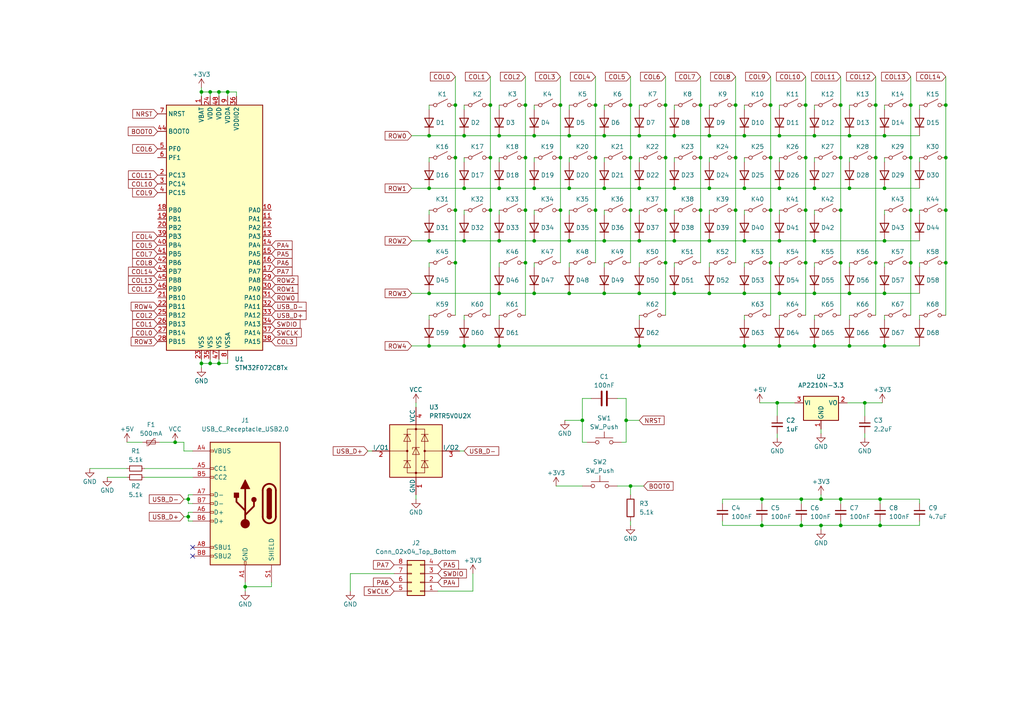
<source format=kicad_sch>
(kicad_sch (version 20211123) (generator eeschema)
  (paper "A4")
  (title_block (title "Alps68") (date "2022-06-29") (rev "A"))
  (junction (at 132.08 45.72))
  (junction (at 142.24 60.96))
  (junction (at 54.61 144.78))
  (junction (at 124.46 54.61))
  (junction (at 256.54 100.33))
  (junction (at 236.22 69.85))
  (junction (at 162.56 30.48))
  (junction (at 213.36 45.72))
  (junction (at 243.84 30.48))
  (junction (at 142.24 45.72))
  (junction (at 142.24 30.48))
  (junction (at 274.32 30.48))
  (junction (at 254 76.2))
  (junction (at 195.58 39.37))
  (junction (at 203.2 60.96))
  (junction (at 226.06 100.33))
  (junction (at 175.26 69.85))
  (junction (at 238.125 152.4))
  (junction (at 152.4 45.72))
  (junction (at 255.27 144.78))
  (junction (at 193.04 45.72))
  (junction (at 225.425 116.84))
  (junction (at 246.38 54.61))
  (junction (at 205.74 54.61))
  (junction (at 213.36 60.96))
  (junction (at 154.94 39.37))
  (junction (at 195.58 54.61))
  (junction (at 134.62 39.37))
  (junction (at 175.26 54.61))
  (junction (at 274.32 76.2))
  (junction (at 264.16 76.2))
  (junction (at 124.46 100.33))
  (junction (at 246.38 85.09))
  (junction (at 233.68 45.72))
  (junction (at 132.08 76.2))
  (junction (at 193.04 76.2))
  (junction (at 256.54 69.85))
  (junction (at 181.61 121.92))
  (junction (at 250.825 116.84))
  (junction (at 175.26 85.09))
  (junction (at 134.62 100.33))
  (junction (at 233.68 60.96))
  (junction (at 54.61 149.86))
  (junction (at 185.42 54.61))
  (junction (at 215.9 100.33))
  (junction (at 220.98 152.4))
  (junction (at 274.32 60.96))
  (junction (at 233.68 76.2))
  (junction (at 144.78 85.09))
  (junction (at 236.22 39.37))
  (junction (at 185.42 100.33))
  (junction (at 58.42 105.41))
  (junction (at 205.74 85.09))
  (junction (at 165.1 85.09))
  (junction (at 144.78 54.61))
  (junction (at 226.06 39.37))
  (junction (at 152.4 30.48))
  (junction (at 215.9 54.61))
  (junction (at 223.52 30.48))
  (junction (at 215.9 69.85))
  (junction (at 226.06 54.61))
  (junction (at 193.04 60.96))
  (junction (at 203.2 30.48))
  (junction (at 154.94 69.85))
  (junction (at 264.16 45.72))
  (junction (at 264.16 60.96))
  (junction (at 223.52 60.96))
  (junction (at 246.38 39.37))
  (junction (at 256.54 39.37))
  (junction (at 182.88 30.48))
  (junction (at 226.06 85.09))
  (junction (at 264.16 30.48))
  (junction (at 144.78 39.37))
  (junction (at 205.74 69.85))
  (junction (at 162.56 45.72))
  (junction (at 223.52 45.72))
  (junction (at 152.4 60.96))
  (junction (at 63.5 105.41))
  (junction (at 256.54 85.09))
  (junction (at 243.84 152.4))
  (junction (at 172.72 60.96))
  (junction (at 134.62 54.61))
  (junction (at 233.68 30.48))
  (junction (at 58.42 26.67))
  (junction (at 243.84 144.78))
  (junction (at 185.42 85.09))
  (junction (at 154.94 54.61))
  (junction (at 60.96 105.41))
  (junction (at 223.52 76.2))
  (junction (at 256.54 54.61))
  (junction (at 215.9 85.09))
  (junction (at 254 30.48))
  (junction (at 195.58 85.09))
  (junction (at 165.1 54.61))
  (junction (at 124.46 69.85))
  (junction (at 165.1 69.85))
  (junction (at 232.41 152.4))
  (junction (at 203.2 45.72))
  (junction (at 165.1 39.37))
  (junction (at 274.32 45.72))
  (junction (at 243.84 45.72))
  (junction (at 213.36 30.48))
  (junction (at 60.96 26.67))
  (junction (at 132.08 60.96))
  (junction (at 71.12 170.18))
  (junction (at 175.26 39.37))
  (junction (at 254 45.72))
  (junction (at 172.72 45.72))
  (junction (at 134.62 69.85))
  (junction (at 236.22 54.61))
  (junction (at 232.41 144.78))
  (junction (at 220.98 144.78))
  (junction (at 168.91 121.92))
  (junction (at 132.08 30.48))
  (junction (at 215.9 39.37))
  (junction (at 238.125 144.78))
  (junction (at 144.78 69.85))
  (junction (at 236.22 100.33))
  (junction (at 185.42 69.85))
  (junction (at 152.4 76.2))
  (junction (at 255.27 152.4))
  (junction (at 243.84 60.96))
  (junction (at 236.22 85.09))
  (junction (at 195.58 69.85))
  (junction (at 182.88 45.72))
  (junction (at 124.46 85.09))
  (junction (at 185.42 39.37))
  (junction (at 182.88 140.97))
  (junction (at 50.8 128.27))
  (junction (at 226.06 69.85))
  (junction (at 205.74 39.37))
  (junction (at 246.38 100.33))
  (junction (at 144.78 100.33))
  (junction (at 63.5 26.67))
  (junction (at 182.88 60.96))
  (junction (at 243.84 76.2))
  (junction (at 193.04 30.48))
  (junction (at 162.56 60.96))
  (junction (at 154.94 85.09))
  (junction (at 124.46 39.37))
  (junction (at 172.72 30.48))
  (junction (at 66.04 26.67))
  (no_connect (at 55.88 158.75))
  (no_connect (at 55.88 161.29))
  (wire (pts (xy 195.58 69.85) (xy 205.74 69.85)))
  (wire (pts (xy 243.84 144.78) (xy 243.84 146.05)))
  (wire (pts (xy 63.5 26.67) (xy 66.04 26.67)))
  (wire (pts (xy 195.58 30.48) (xy 195.58 31.75)))
  (wire (pts (xy 58.42 27.94) (xy 58.42 26.67)))
  (wire (pts (xy 120.65 143.51) (xy 120.65 144.78)))
  (wire (pts (xy 154.94 45.72) (xy 154.94 46.99)))
  (wire (pts (xy 245.745 116.84) (xy 250.825 116.84)))
  (wire (pts (xy 172.72 60.96) (xy 172.72 76.2)))
  (wire (pts (xy 101.6 166.37) (xy 101.6 171.45)))
  (wire (pts (xy 163.83 121.92) (xy 168.91 121.92)))
  (wire (pts (xy 246.38 76.2) (xy 246.38 77.47)))
  (wire (pts (xy 232.41 152.4) (xy 238.125 152.4)))
  (wire (pts (xy 213.36 30.48) (xy 213.36 45.72)))
  (wire (pts (xy 132.08 76.2) (xy 132.08 91.44)))
  (wire (pts (xy 165.1 76.2) (xy 165.1 77.47)))
  (wire (pts (xy 256.54 91.44) (xy 256.54 92.71)))
  (wire (pts (xy 175.26 69.85) (xy 185.42 69.85)))
  (wire (pts (xy 66.04 26.67) (xy 66.04 27.94)))
  (wire (pts (xy 232.41 151.13) (xy 232.41 152.4)))
  (wire (pts (xy 256.54 85.09) (xy 266.7 85.09)))
  (wire (pts (xy 243.84 76.2) (xy 243.84 91.44)))
  (wire (pts (xy 243.84 144.78) (xy 255.27 144.78)))
  (wire (pts (xy 203.2 60.96) (xy 203.2 76.2)))
  (wire (pts (xy 195.58 45.72) (xy 195.58 46.99)))
  (wire (pts (xy 185.42 91.44) (xy 185.42 92.71)))
  (wire (pts (xy 165.1 60.96) (xy 165.1 62.23)))
  (wire (pts (xy 243.84 30.48) (xy 243.84 45.72)))
  (wire (pts (xy 256.54 100.33) (xy 266.7 100.33)))
  (wire (pts (xy 250.825 116.84) (xy 255.905 116.84)))
  (wire (pts (xy 66.04 26.67) (xy 68.58 26.67)))
  (wire (pts (xy 60.96 105.41) (xy 63.5 105.41)))
  (wire (pts (xy 124.46 91.44) (xy 124.46 92.71)))
  (wire (pts (xy 205.74 54.61) (xy 215.9 54.61)))
  (wire (pts (xy 255.27 144.78) (xy 255.27 146.05)))
  (wire (pts (xy 225.425 116.84) (xy 225.425 120.65)))
  (wire (pts (xy 172.72 30.48) (xy 172.72 45.72)))
  (wire (pts (xy 213.36 60.96) (xy 213.36 76.2)))
  (wire (pts (xy 161.29 140.97) (xy 168.91 140.97)))
  (wire (pts (xy 175.26 30.48) (xy 175.26 31.75)))
  (wire (pts (xy 185.42 45.72) (xy 185.42 46.99)))
  (wire (pts (xy 256.54 76.2) (xy 256.54 77.47)))
  (wire (pts (xy 185.42 30.48) (xy 185.42 31.75)))
  (wire (pts (xy 236.22 85.09) (xy 246.38 85.09)))
  (wire (pts (xy 256.54 54.61) (xy 266.7 54.61)))
  (wire (pts (xy 195.58 76.2) (xy 195.58 77.47)))
  (wire (pts (xy 213.36 22.225) (xy 213.36 30.48)))
  (wire (pts (xy 205.74 39.37) (xy 215.9 39.37)))
  (wire (pts (xy 53.34 149.86) (xy 54.61 149.86)))
  (wire (pts (xy 233.68 76.2) (xy 233.68 91.44)))
  (wire (pts (xy 119.38 85.09) (xy 124.46 85.09)))
  (wire (pts (xy 60.96 26.67) (xy 60.96 27.94)))
  (wire (pts (xy 41.91 138.43) (xy 55.88 138.43)))
  (wire (pts (xy 66.04 105.41) (xy 66.04 104.14)))
  (wire (pts (xy 71.12 170.18) (xy 78.74 170.18)))
  (wire (pts (xy 181.61 121.92) (xy 181.61 128.27)))
  (wire (pts (xy 54.61 146.05) (xy 55.88 146.05)))
  (wire (pts (xy 246.38 45.72) (xy 246.38 46.99)))
  (wire (pts (xy 124.46 54.61) (xy 134.62 54.61)))
  (wire (pts (xy 246.38 91.44) (xy 246.38 92.71)))
  (wire (pts (xy 152.4 76.2) (xy 152.4 91.44)))
  (wire (pts (xy 246.38 39.37) (xy 256.54 39.37)))
  (wire (pts (xy 266.7 76.2) (xy 266.7 77.47)))
  (wire (pts (xy 255.27 151.13) (xy 255.27 152.4)))
  (wire (pts (xy 58.42 105.41) (xy 60.96 105.41)))
  (wire (pts (xy 233.68 45.72) (xy 233.68 60.96)))
  (wire (pts (xy 238.125 143.51) (xy 238.125 144.78)))
  (wire (pts (xy 256.54 39.37) (xy 266.7 39.37)))
  (wire (pts (xy 223.52 45.72) (xy 223.52 60.96)))
  (wire (pts (xy 165.1 45.72) (xy 165.1 46.99)))
  (wire (pts (xy 182.88 140.97) (xy 186.69 140.97)))
  (wire (pts (xy 236.22 69.85) (xy 256.54 69.85)))
  (wire (pts (xy 264.16 60.96) (xy 264.16 76.2)))
  (wire (pts (xy 205.74 76.2) (xy 205.74 77.47)))
  (wire (pts (xy 185.42 100.33) (xy 215.9 100.33)))
  (wire (pts (xy 236.22 100.33) (xy 246.38 100.33)))
  (wire (pts (xy 256.54 69.85) (xy 266.7 69.85)))
  (wire (pts (xy 119.38 54.61) (xy 124.46 54.61)))
  (wire (pts (xy 254 45.72) (xy 254 76.2)))
  (wire (pts (xy 144.78 91.44) (xy 144.78 92.71)))
  (wire (pts (xy 205.74 69.85) (xy 215.9 69.85)))
  (wire (pts (xy 223.52 30.48) (xy 223.52 45.72)))
  (wire (pts (xy 193.04 76.2) (xy 193.04 91.44)))
  (wire (pts (xy 181.61 115.57) (xy 181.61 121.92)))
  (wire (pts (xy 223.52 22.225) (xy 223.52 30.48)))
  (wire (pts (xy 254 76.2) (xy 254 91.44)))
  (wire (pts (xy 274.32 30.48) (xy 274.32 45.72)))
  (wire (pts (xy 203.2 30.48) (xy 203.2 45.72)))
  (wire (pts (xy 215.9 76.2) (xy 215.9 77.47)))
  (wire (pts (xy 181.61 121.92) (xy 185.42 121.92)))
  (wire (pts (xy 168.91 115.57) (xy 171.45 115.57)))
  (wire (pts (xy 63.5 26.67) (xy 63.5 27.94)))
  (wire (pts (xy 132.08 22.225) (xy 132.08 30.48)))
  (wire (pts (xy 195.58 54.61) (xy 205.74 54.61)))
  (wire (pts (xy 193.04 22.225) (xy 193.04 30.48)))
  (wire (pts (xy 124.46 60.96) (xy 124.46 62.23)))
  (wire (pts (xy 175.26 54.61) (xy 185.42 54.61)))
  (wire (pts (xy 182.88 45.72) (xy 182.88 60.96)))
  (wire (pts (xy 238.125 152.4) (xy 243.84 152.4)))
  (wire (pts (xy 215.9 100.33) (xy 226.06 100.33)))
  (wire (pts (xy 124.46 69.85) (xy 134.62 69.85)))
  (wire (pts (xy 142.24 45.72) (xy 142.24 60.96)))
  (wire (pts (xy 182.88 30.48) (xy 182.88 45.72)))
  (wire (pts (xy 220.98 144.78) (xy 232.41 144.78)))
  (wire (pts (xy 58.42 106.68) (xy 58.42 105.41)))
  (wire (pts (xy 236.22 39.37) (xy 246.38 39.37)))
  (wire (pts (xy 233.68 22.225) (xy 233.68 30.48)))
  (wire (pts (xy 54.61 151.13) (xy 55.88 151.13)))
  (wire (pts (xy 203.2 22.225) (xy 203.2 30.48)))
  (wire (pts (xy 209.55 152.4) (xy 220.98 152.4)))
  (wire (pts (xy 58.42 26.67) (xy 60.96 26.67)))
  (wire (pts (xy 154.94 85.09) (xy 165.1 85.09)))
  (wire (pts (xy 264.16 45.72) (xy 264.16 60.96)))
  (wire (pts (xy 60.96 26.67) (xy 63.5 26.67)))
  (wire (pts (xy 165.1 54.61) (xy 175.26 54.61)))
  (wire (pts (xy 193.04 30.48) (xy 193.04 45.72)))
  (wire (pts (xy 220.345 116.84) (xy 225.425 116.84)))
  (wire (pts (xy 162.56 30.48) (xy 162.56 45.72)))
  (wire (pts (xy 250.825 125.73) (xy 250.825 127)))
  (wire (pts (xy 226.06 45.72) (xy 226.06 46.99)))
  (wire (pts (xy 134.62 60.96) (xy 134.62 62.23)))
  (wire (pts (xy 226.06 100.33) (xy 236.22 100.33)))
  (wire (pts (xy 179.07 115.57) (xy 181.61 115.57)))
  (wire (pts (xy 63.5 104.14) (xy 63.5 105.41)))
  (wire (pts (xy 274.32 60.96) (xy 274.32 76.2)))
  (wire (pts (xy 165.1 69.85) (xy 175.26 69.85)))
  (wire (pts (xy 132.08 45.72) (xy 132.08 60.96)))
  (wire (pts (xy 119.38 39.37) (xy 124.46 39.37)))
  (wire (pts (xy 144.78 60.96) (xy 144.78 62.23)))
  (wire (pts (xy 172.72 45.72) (xy 172.72 60.96)))
  (wire (pts (xy 220.98 144.78) (xy 220.98 146.05)))
  (wire (pts (xy 215.9 45.72) (xy 215.9 46.99)))
  (wire (pts (xy 238.125 152.4) (xy 238.125 153.67)))
  (wire (pts (xy 152.4 60.96) (xy 152.4 76.2)))
  (wire (pts (xy 182.88 60.96) (xy 182.88 76.2)))
  (wire (pts (xy 154.94 69.85) (xy 165.1 69.85)))
  (wire (pts (xy 246.38 85.09) (xy 256.54 85.09)))
  (wire (pts (xy 165.1 85.09) (xy 175.26 85.09)))
  (wire (pts (xy 205.74 85.09) (xy 215.9 85.09)))
  (wire (pts (xy 226.06 69.85) (xy 236.22 69.85)))
  (wire (pts (xy 134.62 100.33) (xy 144.78 100.33)))
  (wire (pts (xy 134.62 91.44) (xy 134.62 92.71)))
  (wire (pts (xy 127 171.45) (xy 137.16 171.45)))
  (wire (pts (xy 132.08 30.48) (xy 132.08 45.72)))
  (wire (pts (xy 232.41 144.78) (xy 232.41 146.05)))
  (wire (pts (xy 54.61 143.51) (xy 54.61 144.78)))
  (wire (pts (xy 220.98 152.4) (xy 232.41 152.4)))
  (wire (pts (xy 50.8 128.27) (xy 53.34 128.27)))
  (wire (pts (xy 256.54 30.48) (xy 256.54 31.75)))
  (wire (pts (xy 168.91 128.27) (xy 170.18 128.27)))
  (wire (pts (xy 134.62 69.85) (xy 144.78 69.85)))
  (wire (pts (xy 215.9 69.85) (xy 226.06 69.85)))
  (wire (pts (xy 144.78 54.61) (xy 154.94 54.61)))
  (wire (pts (xy 144.78 100.33) (xy 185.42 100.33)))
  (wire (pts (xy 78.74 170.18) (xy 78.74 168.91)))
  (wire (pts (xy 41.91 135.89) (xy 55.88 135.89)))
  (wire (pts (xy 246.38 54.61) (xy 256.54 54.61)))
  (wire (pts (xy 264.16 22.225) (xy 264.16 30.48)))
  (wire (pts (xy 58.42 104.14) (xy 58.42 105.41)))
  (wire (pts (xy 54.61 144.78) (xy 54.61 146.05)))
  (wire (pts (xy 152.4 45.72) (xy 152.4 60.96)))
  (wire (pts (xy 209.55 151.13) (xy 209.55 152.4)))
  (wire (pts (xy 162.56 45.72) (xy 162.56 60.96)))
  (wire (pts (xy 243.84 45.72) (xy 243.84 60.96)))
  (wire (pts (xy 243.84 60.96) (xy 243.84 76.2)))
  (wire (pts (xy 226.06 76.2) (xy 226.06 77.47)))
  (wire (pts (xy 236.22 76.2) (xy 236.22 77.47)))
  (wire (pts (xy 53.34 130.81) (xy 55.88 130.81)))
  (wire (pts (xy 185.42 60.96) (xy 185.42 62.23)))
  (wire (pts (xy 256.54 45.72) (xy 256.54 46.99)))
  (wire (pts (xy 55.88 143.51) (xy 54.61 143.51)))
  (wire (pts (xy 182.88 151.13) (xy 182.88 152.4)))
  (wire (pts (xy 124.46 30.48) (xy 124.46 31.75)))
  (wire (pts (xy 195.58 60.96) (xy 195.58 62.23)))
  (wire (pts (xy 182.88 140.97) (xy 182.88 143.51)))
  (wire (pts (xy 243.84 152.4) (xy 255.27 152.4)))
  (wire (pts (xy 124.46 85.09) (xy 144.78 85.09)))
  (wire (pts (xy 175.26 76.2) (xy 175.26 77.47)))
  (wire (pts (xy 36.83 128.27) (xy 41.275 128.27)))
  (wire (pts (xy 53.34 144.78) (xy 54.61 144.78)))
  (wire (pts (xy 168.91 121.92) (xy 168.91 128.27)))
  (wire (pts (xy 144.78 30.48) (xy 144.78 31.75)))
  (wire (pts (xy 266.7 60.96) (xy 266.7 62.23)))
  (wire (pts (xy 255.27 152.4) (xy 266.7 152.4)))
  (wire (pts (xy 144.78 85.09) (xy 154.94 85.09)))
  (wire (pts (xy 175.26 85.09) (xy 185.42 85.09)))
  (wire (pts (xy 236.22 91.44) (xy 236.22 92.71)))
  (wire (pts (xy 256.54 60.96) (xy 256.54 62.23)))
  (wire (pts (xy 68.58 26.67) (xy 68.58 27.94)))
  (wire (pts (xy 53.34 128.27) (xy 53.34 130.81)))
  (wire (pts (xy 203.2 45.72) (xy 203.2 60.96)))
  (wire (pts (xy 215.9 85.09) (xy 226.06 85.09)))
  (wire (pts (xy 238.125 144.78) (xy 243.84 144.78)))
  (wire (pts (xy 266.7 152.4) (xy 266.7 151.13)))
  (wire (pts (xy 185.42 85.09) (xy 195.58 85.09)))
  (wire (pts (xy 119.38 69.85) (xy 124.46 69.85)))
  (wire (pts (xy 60.96 104.14) (xy 60.96 105.41)))
  (wire (pts (xy 120.65 116.84) (xy 120.65 118.11)))
  (wire (pts (xy 142.24 30.48) (xy 142.24 45.72)))
  (wire (pts (xy 185.42 76.2) (xy 185.42 77.47)))
  (wire (pts (xy 250.825 116.84) (xy 250.825 120.65)))
  (wire (pts (xy 101.6 166.37) (xy 114.3 166.37)))
  (wire (pts (xy 246.38 30.48) (xy 246.38 31.75)))
  (wire (pts (xy 137.16 166.37) (xy 137.16 171.45)))
  (wire (pts (xy 182.88 22.225) (xy 182.88 30.48)))
  (wire (pts (xy 54.61 148.59) (xy 54.61 149.86)))
  (wire (pts (xy 274.32 22.225) (xy 274.32 30.48)))
  (wire (pts (xy 162.56 60.96) (xy 162.56 76.2)))
  (wire (pts (xy 195.58 85.09) (xy 205.74 85.09)))
  (wire (pts (xy 152.4 22.225) (xy 152.4 30.48)))
  (wire (pts (xy 152.4 30.48) (xy 152.4 45.72)))
  (wire (pts (xy 134.62 30.48) (xy 134.62 31.75)))
  (wire (pts (xy 133.35 130.81) (xy 134.62 130.81)))
  (wire (pts (xy 243.84 151.13) (xy 243.84 152.4)))
  (wire (pts (xy 205.74 30.48) (xy 205.74 31.75)))
  (wire (pts (xy 205.74 60.96) (xy 205.74 62.23)))
  (wire (pts (xy 55.88 148.59) (xy 54.61 148.59)))
  (wire (pts (xy 124.46 45.72) (xy 124.46 46.99)))
  (wire (pts (xy 162.56 22.225) (xy 162.56 30.48)))
  (wire (pts (xy 134.62 54.61) (xy 144.78 54.61)))
  (wire (pts (xy 144.78 69.85) (xy 154.94 69.85)))
  (wire (pts (xy 154.94 60.96) (xy 154.94 62.23)))
  (wire (pts (xy 154.94 39.37) (xy 165.1 39.37)))
  (wire (pts (xy 215.9 91.44) (xy 215.9 92.71)))
  (wire (pts (xy 46.355 128.27) (xy 50.8 128.27)))
  (wire (pts (xy 71.12 168.91) (xy 71.12 170.18)))
  (wire (pts (xy 154.94 76.2) (xy 154.94 77.47)))
  (wire (pts (xy 154.94 30.48) (xy 154.94 31.75)))
  (wire (pts (xy 243.84 22.225) (xy 243.84 30.48)))
  (wire (pts (xy 264.16 76.2) (xy 264.16 91.44)))
  (wire (pts (xy 223.52 60.96) (xy 223.52 76.2)))
  (wire (pts (xy 236.22 60.96) (xy 236.22 62.23)))
  (wire (pts (xy 175.26 60.96) (xy 175.26 62.23)))
  (wire (pts (xy 254 30.48) (xy 254 45.72)))
  (wire (pts (xy 209.55 146.05) (xy 209.55 144.78)))
  (wire (pts (xy 205.74 45.72) (xy 205.74 46.99)))
  (wire (pts (xy 215.9 39.37) (xy 226.06 39.37)))
  (wire (pts (xy 165.1 39.37) (xy 175.26 39.37)))
  (wire (pts (xy 175.26 39.37) (xy 185.42 39.37)))
  (wire (pts (xy 236.22 54.61) (xy 246.38 54.61)))
  (wire (pts (xy 233.68 60.96) (xy 233.68 76.2)))
  (wire (pts (xy 185.42 69.85) (xy 195.58 69.85)))
  (wire (pts (xy 232.41 144.78) (xy 238.125 144.78)))
  (wire (pts (xy 134.62 45.72) (xy 134.62 46.99)))
  (wire (pts (xy 154.94 54.61) (xy 165.1 54.61)))
  (wire (pts (xy 226.06 85.09) (xy 236.22 85.09)))
  (wire (pts (xy 264.16 30.48) (xy 264.16 45.72)))
  (wire (pts (xy 134.62 39.37) (xy 144.78 39.37)))
  (wire (pts (xy 226.06 54.61) (xy 236.22 54.61)))
  (wire (pts (xy 226.06 91.44) (xy 226.06 92.71)))
  (wire (pts (xy 225.425 125.73) (xy 225.425 127)))
  (wire (pts (xy 236.22 30.48) (xy 236.22 31.75)))
  (wire (pts (xy 266.7 144.78) (xy 266.7 146.05)))
  (wire (pts (xy 144.78 45.72) (xy 144.78 46.99)))
  (wire (pts (xy 246.38 100.33) (xy 256.54 100.33)))
  (wire (pts (xy 179.07 140.97) (xy 182.88 140.97)))
  (wire (pts (xy 168.91 115.57) (xy 168.91 121.92)))
  (wire (pts (xy 226.06 60.96) (xy 226.06 62.23)))
  (wire (pts (xy 71.12 170.18) (xy 71.12 171.45)))
  (wire (pts (xy 193.04 60.96) (xy 193.04 76.2)))
  (wire (pts (xy 223.52 76.2) (xy 223.52 91.44)))
  (wire (pts (xy 142.24 22.225) (xy 142.24 30.48)))
  (wire (pts (xy 144.78 76.2) (xy 144.78 77.47)))
  (wire (pts (xy 274.32 76.2) (xy 274.32 91.44)))
  (wire (pts (xy 54.61 149.86) (xy 54.61 151.13)))
  (wire (pts (xy 165.1 30.48) (xy 165.1 31.75)))
  (wire (pts (xy 119.38 100.33) (xy 124.46 100.33)))
  (wire (pts (xy 124.46 100.33) (xy 134.62 100.33)))
  (wire (pts (xy 215.9 60.96) (xy 215.9 62.23)))
  (wire (pts (xy 225.425 116.84) (xy 230.505 116.84)))
  (wire (pts (xy 274.32 45.72) (xy 274.32 60.96)))
  (wire (pts (xy 220.98 151.13) (xy 220.98 152.4)))
  (wire (pts (xy 195.58 39.37) (xy 205.74 39.37)))
  (wire (pts (xy 213.36 45.72) (xy 213.36 60.96)))
  (wire (pts (xy 142.24 60.96) (xy 142.24 91.44)))
  (wire (pts (xy 266.7 45.72) (xy 266.7 46.99)))
  (wire (pts (xy 124.46 39.37) (xy 134.62 39.37)))
  (wire (pts (xy 254 22.225) (xy 254 30.48)))
  (wire (pts (xy 144.78 39.37) (xy 154.94 39.37)))
  (wire (pts (xy 215.9 54.61) (xy 226.06 54.61)))
  (wire (pts (xy 185.42 54.61) (xy 195.58 54.61)))
  (wire (pts (xy 31.115 138.43) (xy 36.83 138.43)))
  (wire (pts (xy 132.08 60.96) (xy 132.08 76.2)))
  (wire (pts (xy 236.22 45.72) (xy 236.22 46.99)))
  (wire (pts (xy 266.7 91.44) (xy 266.7 92.71)))
  (wire (pts (xy 63.5 105.41) (xy 66.04 105.41)))
  (wire (pts (xy 185.42 39.37) (xy 195.58 39.37)))
  (wire (pts (xy 58.42 25.4) (xy 58.42 26.67)))
  (wire (pts (xy 238.125 124.46) (xy 238.125 125.73)))
  (wire (pts (xy 266.7 30.48) (xy 266.7 31.75)))
  (wire (pts (xy 124.46 76.2) (xy 124.46 77.47)))
  (wire (pts (xy 175.26 45.72) (xy 175.26 46.99)))
  (wire (pts (xy 226.06 39.37) (xy 236.22 39.37)))
  (wire (pts (xy 215.9 30.48) (xy 215.9 31.75)))
  (wire (pts (xy 255.27 144.78) (xy 266.7 144.78)))
  (wire (pts (xy 226.06 30.48) (xy 226.06 31.75)))
  (wire (pts (xy 181.61 128.27) (xy 180.34 128.27)))
  (wire (pts (xy 26.035 135.89) (xy 36.83 135.89)))
  (wire (pts (xy 233.68 30.48) (xy 233.68 45.72)))
  (wire (pts (xy 172.72 22.225) (xy 172.72 30.48)))
  (wire (pts (xy 193.04 45.72) (xy 193.04 60.96)))
  (wire (pts (xy 209.55 144.78) (xy 220.98 144.78)))
  (wire (pts (xy 106.68 130.81) (xy 107.95 130.81)))
  (global_label "COL7" (shape input) (at 45.72 73.66 180) (property "Intersheet References" "${INTERSHEET_REFS}" (effects hide)))
  (global_label "COL14" (shape input) (at 45.72 78.74 180) (property "Intersheet References" "${INTERSHEET_REFS}" (effects hide)))
  (global_label "ROW2" (shape input) (at 119.38 69.85 180) (property "Intersheet References" "${INTERSHEET_REFS}" (effects hide)))
  (global_label "COL13" (shape input) (at 264.16 22.225 180) (property "Intersheet References" "${INTERSHEET_REFS}" (effects hide)))
  (global_label "COL4" (shape input) (at 172.72 22.225 180) (property "Intersheet References" "${INTERSHEET_REFS}" (effects hide)))
  (global_label "SWDIO" (shape input) (at 127 166.37 0) (property "Intersheet References" "${INTERSHEET_REFS}" (effects hide)))
  (global_label "SWCLK" (shape input) (at 78.74 96.52 0) (property "Intersheet References" "${INTERSHEET_REFS}" (effects hide)))
  (global_label "COL10" (shape input) (at 233.68 22.225 180) (property "Intersheet References" "${INTERSHEET_REFS}" (effects hide)))
  (global_label "ROW0" (shape input) (at 119.38 39.37 180) (property "Intersheet References" "${INTERSHEET_REFS}" (effects hide)))
  (global_label "COL7" (shape input) (at 203.2 22.225 180) (property "Intersheet References" "${INTERSHEET_REFS}" (effects hide)))
  (global_label "PA6" (shape input) (at 78.74 76.2 0) (property "Intersheet References" "${INTERSHEET_REFS}" (effects hide)))
  (global_label "NRST" (shape input) (at 45.72 33.02 180) (property "Intersheet References" "${INTERSHEET_REFS}" (effects hide)))
  (global_label "COL9" (shape input) (at 45.72 55.88 180) (property "Intersheet References" "${INTERSHEET_REFS}" (effects hide)))
  (global_label "NRST" (shape input) (at 185.42 121.92 0) (property "Intersheet References" "${INTERSHEET_REFS}" (effects hide)))
  (global_label "USB_D-" (shape input) (at 78.74 88.9 0) (property "Intersheet References" "${INTERSHEET_REFS}" (effects hide)))
  (global_label "ROW0" (shape input) (at 78.74 86.36 0) (property "Intersheet References" "${INTERSHEET_REFS}" (effects hide)))
  (global_label "ROW2" (shape input) (at 78.74 81.28 0) (property "Intersheet References" "${INTERSHEET_REFS}" (effects hide)))
  (global_label "COL2" (shape input) (at 152.4 22.225 180) (property "Intersheet References" "${INTERSHEET_REFS}" (effects hide)))
  (global_label "COL0" (shape input) (at 132.08 22.225 180) (property "Intersheet References" "${INTERSHEET_REFS}" (effects hide)))
  (global_label "COL9" (shape input) (at 223.52 22.225 180) (property "Intersheet References" "${INTERSHEET_REFS}" (effects hide)))
  (global_label "COL5" (shape input) (at 45.72 71.12 180) (property "Intersheet References" "${INTERSHEET_REFS}" (effects hide)))
  (global_label "COL3" (shape input) (at 78.74 99.06 0) (property "Intersheet References" "${INTERSHEET_REFS}" (effects hide)))
  (global_label "USB_D+" (shape input) (at 78.74 91.44 0) (property "Intersheet References" "${INTERSHEET_REFS}" (effects hide)))
  (global_label "USB_D+" (shape input) (at 106.68 130.81 180) (property "Intersheet References" "${INTERSHEET_REFS}" (effects hide)))
  (global_label "SWCLK" (shape input) (at 114.3 171.45 180) (property "Intersheet References" "${INTERSHEET_REFS}" (effects hide)))
  (global_label "BOOT0" (shape input) (at 186.69 140.97 0) (property "Intersheet References" "${INTERSHEET_REFS}" (effects hide)))
  (global_label "BOOT0" (shape input) (at 45.72 38.1 180) (property "Intersheet References" "${INTERSHEET_REFS}" (effects hide)))
  (global_label "COL0" (shape input) (at 45.72 96.52 180) (property "Intersheet References" "${INTERSHEET_REFS}" (effects hide)))
  (global_label "COL10" (shape input) (at 45.72 53.34 180) (property "Intersheet References" "${INTERSHEET_REFS}" (effects hide)))
  (global_label "COL2" (shape input) (at 45.72 91.44 180) (property "Intersheet References" "${INTERSHEET_REFS}" (effects hide)))
  (global_label "COL5" (shape input) (at 182.88 22.225 180) (property "Intersheet References" "${INTERSHEET_REFS}" (effects hide)))
  (global_label "ROW4" (shape input) (at 119.38 100.33 180) (property "Intersheet References" "${INTERSHEET_REFS}" (effects hide)))
  (global_label "COL4" (shape input) (at 45.72 68.58 180) (property "Intersheet References" "${INTERSHEET_REFS}" (effects hide)))
  (global_label "COL8" (shape input) (at 45.72 76.2 180) (property "Intersheet References" "${INTERSHEET_REFS}" (effects hide)))
  (global_label "COL12" (shape input) (at 45.72 83.82 180) (property "Intersheet References" "${INTERSHEET_REFS}" (effects hide)))
  (global_label "ROW1" (shape input) (at 78.74 83.82 0) (property "Intersheet References" "${INTERSHEET_REFS}" (effects hide)))
  (global_label "COL13" (shape input) (at 45.72 81.28 180) (property "Intersheet References" "${INTERSHEET_REFS}" (effects hide)))
  (global_label "COL14" (shape input) (at 274.32 22.225 180) (property "Intersheet References" "${INTERSHEET_REFS}" (effects hide)))
  (global_label "COL6" (shape input) (at 45.72 43.18 180) (property "Intersheet References" "${INTERSHEET_REFS}" (effects hide)))
  (global_label "PA4" (shape input) (at 78.74 71.12 0) (property "Intersheet References" "${INTERSHEET_REFS}" (effects hide)))
  (global_label "COL12" (shape input) (at 254 22.225 180) (property "Intersheet References" "${INTERSHEET_REFS}" (effects hide)))
  (global_label "COL6" (shape input) (at 193.04 22.225 180) (property "Intersheet References" "${INTERSHEET_REFS}" (effects hide)))
  (global_label "PA5" (shape input) (at 78.74 73.66 0) (property "Intersheet References" "${INTERSHEET_REFS}" (effects hide)))
  (global_label "USB_D-" (shape input) (at 134.62 130.81 0) (property "Intersheet References" "${INTERSHEET_REFS}" (effects hide)))
  (global_label "COL3" (shape input) (at 162.56 22.225 180) (property "Intersheet References" "${INTERSHEET_REFS}" (effects hide)))
  (global_label "PA4" (shape input) (at 127 168.91 0) (property "Intersheet References" "${INTERSHEET_REFS}" (effects hide)))
  (global_label "COL11" (shape input) (at 243.84 22.225 180) (property "Intersheet References" "${INTERSHEET_REFS}" (effects hide)))
  (global_label "COL1" (shape input) (at 45.72 93.98 180) (property "Intersheet References" "${INTERSHEET_REFS}" (effects hide)))
  (global_label "PA7" (shape input) (at 114.3 163.83 180) (property "Intersheet References" "${INTERSHEET_REFS}" (effects hide)))
  (global_label "USB_D+" (shape input) (at 53.34 149.86 180) (property "Intersheet References" "${INTERSHEET_REFS}" (effects hide)))
  (global_label "ROW3" (shape input) (at 119.38 85.09 180) (property "Intersheet References" "${INTERSHEET_REFS}" (effects hide)))
  (global_label "COL11" (shape input) (at 45.72 50.8 180) (property "Intersheet References" "${INTERSHEET_REFS}" (effects hide)))
  (global_label "COL8" (shape input) (at 213.36 22.225 180) (property "Intersheet References" "${INTERSHEET_REFS}" (effects hide)))
  (global_label "ROW4" (shape input) (at 45.72 88.9 180) (property "Intersheet References" "${INTERSHEET_REFS}" (effects hide)))
  (global_label "SWDIO" (shape input) (at 78.74 93.98 0) (property "Intersheet References" "${INTERSHEET_REFS}" (effects hide)))
  (global_label "ROW1" (shape input) (at 119.38 54.61 180) (property "Intersheet References" "${INTERSHEET_REFS}" (effects hide)))
  (global_label "COL1" (shape input) (at 142.24 22.225 180) (property "Intersheet References" "${INTERSHEET_REFS}" (effects hide)))
  (global_label "PA6" (shape input) (at 114.3 168.91 180) (property "Intersheet References" "${INTERSHEET_REFS}" (effects hide)))
  (global_label "ROW3" (shape input) (at 45.72 99.06 180) (property "Intersheet References" "${INTERSHEET_REFS}" (effects hide)))
  (global_label "PA7" (shape input) (at 78.74 78.74 0) (property "Intersheet References" "${INTERSHEET_REFS}" (effects hide)))
  (global_label "PA5" (shape input) (at 127 163.83 0) (property "Intersheet References" "${INTERSHEET_REFS}" (effects hide)))
  (global_label "USB_D-" (shape input) (at 53.34 144.78 180) (property "Intersheet References" "${INTERSHEET_REFS}" (effects hide)))
  (symbol (lib_id "Switch:SW_Push") (at 175.26 128.27 0) (unit 1)
    (property "Reference" "SW1" (at 175.26 121.285 0))
    (property "Value" "SW_Push" (at 175.26 123.825 0))
    (property "Footprint" "Alps68:SW_SPST_TS-1177" (effects hide))
  )
  (symbol (lib_name "MX_Alps_Hybrid_38") (lib_id "Alps68:MX_Alps_Hybrid") (at 189.23 30.48 0) (unit 1)
    (property "Reference" "K7" (at 189.23 27.305 0))
    (property "Value" "MX_Alps_Hybrid" (effects hide))
    (property "Footprint" "Alps68:MX-1U-NoLED" (effects hide))
  )
  (symbol (lib_name "MX_Alps_Hybrid_32") (lib_id "Alps68:MX_Alps_Hybrid") (at 240.03 91.44 0) (unit 1)
    (property "Reference" "K65" (at 240.03 88.265 0))
    (property "Value" "MX_Alps_Hybrid" (effects hide))
    (property "Footprint" "Alps68:MX-1U-NoLED" (effects hide))
  )
  (symbol (lib_id "power:+3.3V") (at 137.16 166.37 0) (mirror y) (unit 1)
    (property "Reference" "#PWR0102" (effects hide))
    (property "Value" "+3.3V" (at 137.16 162.56 0))
  )
  (symbol (lib_name "MX_Alps_Hybrid_15") (lib_id "Alps68:MX_Alps_Hybrid") (at 270.51 76.2 0) (unit 1)
    (property "Reference" "K58" (at 270.51 73.025 0))
    (property "Value" "MX_Alps_Hybrid" (effects hide))
    (property "Footprint" "Alps68:MX-1U-NoLED" (effects hide))
  )
  (symbol (lib_id "Device:D") (at 144.78 81.28 90) (unit 1)
    (property "Reference" "D46" (at 146.685 81.28 90) (effects (justify right)))
    (property "Value" "D" (effects hide))
    (property "Footprint" "Alps68:D_SOD-323_HandSoldering_NoSilkScreen" (effects hide))
  )
  (symbol (lib_name "MX_Alps_Hybrid_9") (lib_id "Alps68:MX_Alps_Hybrid") (at 209.55 76.2 0) (unit 1)
    (property "Reference" "K52" (at 209.55 73.025 0))
    (property "Value" "MX_Alps_Hybrid" (effects hide))
    (property "Footprint" "Alps68:MX-1U-NoLED" (effects hide))
  )
  (symbol (lib_id "Device:D") (at 195.58 66.04 90) (unit 1)
    (property "Reference" "D38" (at 197.485 66.04 90) (effects (justify right)))
    (property "Value" "D" (effects hide))
    (property "Footprint" "Alps68:D_SOD-323_HandSoldering_NoSilkScreen" (effects hide))
  )
  (symbol (lib_id "Device:R") (at 182.88 147.32 0) (unit 1)
    (property "Reference" "R3" (at 185.42 146.0499 0) (effects (justify left)))
    (property "Value" "5.1k" (at 185.42 148.5899 0) (effects (justify left)))
    (property "Footprint" "Resistor_SMD:R_0805_2012Metric" (effects hide))
  )
  (symbol (lib_id "Device:D") (at 185.42 66.04 90) (unit 1)
    (property "Reference" "D37" (at 187.325 66.04 90) (effects (justify right)))
    (property "Value" "D" (effects hide))
    (property "Footprint" "Alps68:D_SOD-323_HandSoldering_NoSilkScreen" (effects hide))
  )
  (symbol (lib_id "Device:C_Small") (at 243.84 148.59 0) (mirror y) (unit 1)
    (property "Reference" "C7" (at 246.38 147.3262 0) (effects (justify right)))
    (property "Value" "100nF" (at 246.38 149.8662 0) (effects (justify right)))
    (property "Footprint" "Capacitor_SMD:C_0805_2012Metric" (effects hide))
  )
  (symbol (lib_id "power:+5V") (at 36.83 128.27 0) (unit 1)
    (property "Reference" "#PWR010" (effects hide))
    (property "Value" "+5V" (at 36.83 124.46 0))
  )
  (symbol (lib_id "Device:D") (at 226.06 35.56 90) (unit 1)
    (property "Reference" "D11" (at 227.965 35.56 90) (effects (justify right)))
    (property "Value" "D" (effects hide))
    (property "Footprint" "Alps68:D_SOD-323_HandSoldering_NoSilkScreen" (effects hide))
  )
  (symbol (lib_id "Power_Protection:PRTR5V0U2X") (at 120.65 130.81 0) (unit 1)
    (property "Reference" "U3" (at 124.46 118.11 0) (effects (justify left)))
    (property "Value" "PRTR5V0U2X" (at 124.46 120.65 0) (effects (justify left)))
    (property "Footprint" "Package_TO_SOT_SMD:SOT-143" (effects hide))
    (property "Datasheet" "https://assets.nexperia.com/documents/data-sheet/PRTR5V0U2X.pdf" (effects hide))
  )
  (symbol (lib_name "MX_Alps_Hybrid_29") (lib_id "Alps68:MX_Alps_Hybrid") (at 270.51 60.96 0) (unit 1)
    (property "Reference" "K44" (at 270.51 57.785 0))
    (property "Value" "MX_Alps_Hybrid" (effects hide))
    (property "Footprint" "Alps68:MX-1U-NoLED" (effects hide))
  )
  (symbol (lib_id "Device:D") (at 124.46 66.04 90) (unit 1)
    (property "Reference" "D31" (at 126.365 66.04 90) (effects (justify right)))
    (property "Value" "D" (effects hide))
    (property "Footprint" "Alps68:D_SOD-323_HandSoldering_NoSilkScreen" (effects hide))
  )
  (symbol (lib_name "MX_Alps_Hybrid_40") (lib_id "Alps68:MX_Alps_Hybrid") (at 168.91 60.96 0) (unit 1)
    (property "Reference" "K35" (at 168.91 57.785 0))
    (property "Value" "MX_Alps_Hybrid" (effects hide))
    (property "Footprint" "Alps68:MX-1U-NoLED" (effects hide))
  )
  (symbol (lib_id "Device:D") (at 165.1 81.28 90) (unit 1)
    (property "Reference" "D48" (at 167.005 81.28 90) (effects (justify right)))
    (property "Value" "D" (effects hide))
    (property "Footprint" "Alps68:D_SOD-323_HandSoldering_NoSilkScreen" (effects hide))
  )
  (symbol (lib_id "Device:D") (at 134.62 96.52 90) (unit 1)
    (property "Reference" "D60" (at 136.525 96.52 90) (effects (justify right)))
    (property "Value" "D" (effects hide))
    (property "Footprint" "Alps68:D_SOD-323_HandSoldering_NoSilkScreen" (effects hide))
  )
  (symbol (lib_name "MX_Alps_Hybrid_17") (lib_id "Alps68:MX_Alps_Hybrid") (at 250.19 76.2 0) (unit 1)
    (property "Reference" "K56" (at 250.19 73.025 0))
    (property "Value" "MX_Alps_Hybrid" (effects hide))
    (property "Footprint" "Alps68:MX-1.75U-NoLED" (effects hide))
  )
  (symbol (lib_id "Device:R_Small") (at 39.37 138.43 90) (unit 1)
    (property "Reference" "R2" (at 39.37 140.97 90))
    (property "Value" "5.1k" (at 39.37 143.51 90))
    (property "Footprint" "Resistor_SMD:R_0805_2012Metric" (effects hide))
  )
  (symbol (lib_id "power:GND") (at 31.115 138.43 0) (unit 1)
    (property "Reference" "#PWR013" (effects hide))
    (property "Value" "GND" (at 31.115 142.24 0))
  )
  (symbol (lib_id "Device:D") (at 226.06 96.52 90) (unit 1)
    (property "Reference" "D64" (at 227.965 96.52 90) (effects (justify right)))
    (property "Value" "D" (effects hide))
    (property "Footprint" "Alps68:D_SOD-323_HandSoldering_NoSilkScreen" (effects hide))
  )
  (symbol (lib_id "Device:D") (at 154.94 35.56 90) (unit 1)
    (property "Reference" "D4" (at 156.845 35.56 90) (effects (justify right)))
    (property "Value" "D" (effects hide))
    (property "Footprint" "Alps68:D_SOD-323_HandSoldering_NoSilkScreen" (effects hide))
  )
  (symbol (lib_id "Device:D") (at 154.94 81.28 90) (unit 1)
    (property "Reference" "D47" (at 156.845 81.28 90) (effects (justify right)))
    (property "Value" "D" (effects hide))
    (property "Footprint" "Alps68:D_SOD-323_HandSoldering_NoSilkScreen" (effects hide))
  )
  (symbol (lib_name "MX_Alps_Hybrid_53") (lib_id "Alps68:MX_Alps_Hybrid") (at 158.75 60.96 0) (unit 1)
    (property "Reference" "K34" (at 158.75 57.785 0))
    (property "Value" "MX_Alps_Hybrid" (effects hide))
    (property "Footprint" "Alps68:MX-1U-NoLED" (effects hide))
  )
  (symbol (lib_name "MX_Alps_Hybrid_41") (lib_id "Alps68:MX_Alps_Hybrid") (at 199.39 30.48 0) (unit 1)
    (property "Reference" "K8" (at 199.39 27.305 0))
    (property "Value" "MX_Alps_Hybrid" (effects hide))
    (property "Footprint" "Alps68:MX-1U-NoLED" (effects hide))
  )
  (symbol (lib_name "MX_Alps_Hybrid_14") (lib_id "Alps68:MX_Alps_Hybrid") (at 250.19 91.44 0) (unit 1)
    (property "Reference" "K66" (at 250.19 88.265 0))
    (property "Value" "MX_Alps_Hybrid" (effects hide))
    (property "Footprint" "Alps68:MX-1U-NoLED" (effects hide))
  )
  (symbol (lib_id "Device:D") (at 144.78 35.56 90) (unit 1)
    (property "Reference" "D3" (at 146.685 35.56 90) (effects (justify right)))
    (property "Value" "D" (effects hide))
    (property "Footprint" "Alps68:D_SOD-323_HandSoldering_NoSilkScreen" (effects hide))
  )
  (symbol (lib_name "MX_Alps_Hybrid_16") (lib_id "Alps68:MX_Alps_Hybrid") (at 270.51 91.44 0) (unit 1)
    (property "Reference" "K68" (at 270.51 88.265 0))
    (property "Value" "MX_Alps_Hybrid" (effects hide))
    (property "Footprint" "Alps68:MX-1U-NoLED" (effects hide))
  )
  (symbol (lib_id "Device:D") (at 236.22 50.8 90) (unit 1)
    (property "Reference" "D27" (at 238.125 50.8 90) (effects (justify right)))
    (property "Value" "D" (effects hide))
    (property "Footprint" "Alps68:D_SOD-323_HandSoldering_NoSilkScreen" (effects hide))
  )
  (symbol (lib_id "Device:D") (at 246.38 50.8 90) (unit 1)
    (property "Reference" "D28" (at 248.285 50.8 90) (effects (justify right)))
    (property "Value" "D" (effects hide))
    (property "Footprint" "Alps68:D_SOD-323_HandSoldering_NoSilkScreen" (effects hide))
  )
  (symbol (lib_name "MX_Alps_Hybrid_8") (lib_id "Alps68:MX_Alps_Hybrid") (at 219.71 60.96 0) (unit 1)
    (property "Reference" "K40" (at 219.71 57.785 0))
    (property "Value" "MX_Alps_Hybrid" (effects hide))
    (property "Footprint" "Alps68:MX-1U-NoLED" (effects hide))
  )
  (symbol (lib_id "Device:D") (at 256.54 66.04 90) (unit 1)
    (property "Reference" "D43" (at 258.445 66.04 90) (effects (justify right)))
    (property "Value" "D" (effects hide))
    (property "Footprint" "Alps68:D_SOD-323_HandSoldering_NoSilkScreen" (effects hide))
  )
  (symbol (lib_name "MX_Alps_Hybrid_55") (lib_id "Alps68:MX_Alps_Hybrid") (at 148.59 60.96 0) (unit 1)
    (property "Reference" "K33" (at 148.59 57.785 0))
    (property "Value" "MX_Alps_Hybrid" (effects hide))
    (property "Footprint" "Alps68:MX-1U-NoLED" (effects hide))
  )
  (symbol (lib_id "Device:C_Small") (at 255.27 148.59 0) (mirror y) (unit 1)
    (property "Reference" "C8" (at 257.81 147.3262 0) (effects (justify right)))
    (property "Value" "100nF" (at 257.81 149.8662 0) (effects (justify right)))
    (property "Footprint" "Capacitor_SMD:C_0805_2012Metric" (effects hide))
  )
  (symbol (lib_name "MX_Alps_Hybrid_1") (lib_id "Alps68:MX_Alps_Hybrid") (at 270.51 30.48 0) (unit 1)
    (property "Reference" "K15" (at 270.51 27.305 0))
    (property "Value" "MX_Alps_Hybrid" (effects hide))
    (property "Footprint" "Alps68:MX-1U-NoLED" (effects hide))
  )
  (symbol (lib_id "power:VCC") (at 120.65 116.84 0) (unit 1)
    (property "Reference" "#PWR05" (effects hide))
    (property "Value" "VCC" (at 120.65 113.03 0))
  )
  (symbol (lib_name "MX_Alps_Hybrid_43") (lib_id "Alps68:MX_Alps_Hybrid") (at 189.23 60.96 0) (unit 1)
    (property "Reference" "K37" (at 189.23 57.785 0))
    (property "Value" "MX_Alps_Hybrid" (effects hide))
    (property "Footprint" "Alps68:MX-1U-NoLED" (effects hide))
  )
  (symbol (lib_id "Device:D") (at 205.74 66.04 90) (unit 1)
    (property "Reference" "D39" (at 207.645 66.04 90) (effects (justify right)))
    (property "Value" "D" (effects hide))
    (property "Footprint" "Alps68:D_SOD-323_HandSoldering_NoSilkScreen" (effects hide))
  )
  (symbol (lib_name "MX_Alps_Hybrid_42") (lib_id "Alps68:MX_Alps_Hybrid") (at 199.39 45.72 0) (unit 1)
    (property "Reference" "K23" (at 199.39 42.545 0))
    (property "Value" "MX_Alps_Hybrid" (effects hide))
    (property "Footprint" "Alps68:MX-1U-NoLED" (effects hide))
  )
  (symbol (lib_name "MX_Alps_Hybrid_54") (lib_id "Alps68:MX_Alps_Hybrid") (at 148.59 91.44 0) (unit 1)
    (property "Reference" "K61" (at 148.59 88.265 0))
    (property "Value" "MX_Alps_Hybrid" (effects hide))
    (property "Footprint" "Alps68:MX-1.25U-NoLED" (effects hide))
  )
  (symbol (lib_id "Device:D") (at 266.7 66.04 90) (unit 1)
    (property "Reference" "D44" (at 268.605 66.04 90) (effects (justify right)))
    (property "Value" "D" (effects hide))
    (property "Footprint" "Alps68:D_SOD-323_HandSoldering_NoSilkScreen" (effects hide))
  )
  (symbol (lib_id "Device:D") (at 246.38 35.56 90) (unit 1)
    (property "Reference" "D13" (at 248.285 35.56 90) (effects (justify right)))
    (property "Value" "D" (effects hide))
    (property "Footprint" "Alps68:D_SOD-323_HandSoldering_NoSilkScreen" (effects hide))
  )
  (symbol (lib_name "MX_Alps_Hybrid_31") (lib_id "Alps68:MX_Alps_Hybrid") (at 229.87 91.44 0) (unit 1)
    (property "Reference" "K64" (at 229.87 88.265 0))
    (property "Value" "MX_Alps_Hybrid" (effects hide))
    (property "Footprint" "Alps68:MX-1U-NoLED" (effects hide))
  )
  (symbol (lib_id "Device:D") (at 175.26 81.28 90) (unit 1)
    (property "Reference" "D49" (at 177.165 81.28 90) (effects (justify right)))
    (property "Value" "D" (effects hide))
    (property "Footprint" "Alps68:D_SOD-323_HandSoldering_NoSilkScreen" (effects hide))
  )
  (symbol (lib_id "power:GND") (at 238.125 125.73 0) (unit 1)
    (property "Reference" "#PWR07" (effects hide))
    (property "Value" "GND" (at 238.125 129.54 0))
  )
  (symbol (lib_id "Device:D") (at 205.74 81.28 90) (unit 1)
    (property "Reference" "D52" (at 207.645 81.28 90) (effects (justify right)))
    (property "Value" "D" (effects hide))
    (property "Footprint" "Alps68:D_SOD-323_HandSoldering_NoSilkScreen" (effects hide))
  )
  (symbol (lib_id "Device:D") (at 134.62 35.56 90) (unit 1)
    (property "Reference" "D2" (at 136.525 35.56 90) (effects (justify right)))
    (property "Value" "D" (effects hide))
    (property "Footprint" "Alps68:D_SOD-323_HandSoldering_NoSilkScreen" (effects hide))
  )
  (symbol (lib_id "power:GND") (at 58.42 106.68 0) (unit 1)
    (property "Reference" "#PWR02" (effects hide))
    (property "Value" "GND" (at 58.42 110.49 0))
  )
  (symbol (lib_id "Device:D") (at 256.54 81.28 90) (unit 1)
    (property "Reference" "D57" (at 258.445 81.28 90) (effects (justify right)))
    (property "Value" "D" (effects hide))
    (property "Footprint" "Alps68:D_SOD-323_HandSoldering_NoSilkScreen" (effects hide))
  )
  (symbol (lib_name "MX_Alps_Hybrid_21") (lib_id "Alps68:MX_Alps_Hybrid") (at 209.55 30.48 0) (unit 1)
    (property "Reference" "K9" (at 209.55 27.305 0))
    (property "Value" "MX_Alps_Hybrid" (effects hide))
    (property "Footprint" "Alps68:MX-1U-NoLED" (effects hide))
  )
  (symbol (lib_name "MX_Alps_Hybrid_51") (lib_id "Alps68:MX_Alps_Hybrid") (at 158.75 76.2 0) (unit 1)
    (property "Reference" "K47" (at 158.75 73.025 0))
    (property "Value" "MX_Alps_Hybrid" (effects hide))
    (property "Footprint" "Alps68:MX-1U-NoLED" (effects hide))
  )
  (symbol (lib_id "Device:D") (at 226.06 81.28 90) (unit 1)
    (property "Reference" "D54" (at 227.965 81.28 90) (effects (justify right)))
    (property "Value" "D" (effects hide))
    (property "Footprint" "Alps68:D_SOD-323_HandSoldering_NoSilkScreen" (effects hide))
  )
  (symbol (lib_id "power:+3.3V") (at 255.905 116.84 0) (unit 1)
    (property "Reference" "#PWR04" (effects hide))
    (property "Value" "+3.3V" (at 255.905 113.03 0))
  )
  (symbol (lib_name "MX_Alps_Hybrid_52") (lib_id "Alps68:MX_Alps_Hybrid") (at 168.91 76.2 0) (unit 1)
    (property "Reference" "K48" (at 168.91 73.025 0))
    (property "Value" "MX_Alps_Hybrid" (effects hide))
    (property "Footprint" "Alps68:MX-1U-NoLED" (effects hide))
  )
  (symbol (lib_id "Device:D") (at 236.22 81.28 90) (unit 1)
    (property "Reference" "D55" (at 238.125 81.28 90) (effects (justify right)))
    (property "Value" "D" (effects hide))
    (property "Footprint" "Alps68:D_SOD-323_HandSoldering_NoSilkScreen" (effects hide))
  )
  (symbol (lib_id "power:VCC") (at 50.8 128.27 0) (unit 1)
    (property "Reference" "#PWR011" (effects hide))
    (property "Value" "VCC" (at 50.8 124.46 0))
  )
  (symbol (lib_name "MX_Alps_Hybrid_61") (lib_id "Alps68:MX_Alps_Hybrid") (at 138.43 30.48 0) (unit 1)
    (property "Reference" "K2" (at 138.43 27.305 0))
    (property "Value" "MX_Alps_Hybrid" (effects hide))
    (property "Footprint" "Alps68:MX-1U-NoLED" (effects hide))
  )
  (symbol (lib_id "Device:D") (at 124.46 35.56 90) (unit 1)
    (property "Reference" "D1" (at 126.365 35.56 90) (effects (justify right)))
    (property "Value" "D" (effects hide))
    (property "Footprint" "Alps68:D_SOD-323_HandSoldering_NoSilkScreen" (effects hide))
  )
  (symbol (lib_name "MX_Alps_Hybrid_65") (lib_id "Alps68:MX_Alps_Hybrid") (at 148.59 30.48 0) (unit 1)
    (property "Reference" "K3" (at 148.59 27.305 0))
    (property "Value" "MX_Alps_Hybrid" (effects hide))
    (property "Footprint" "Alps68:MX-1U-NoLED" (effects hide))
  )
  (symbol (lib_name "MX_Alps_Hybrid_44") (lib_id "Alps68:MX_Alps_Hybrid") (at 179.07 45.72 0) (unit 1)
    (property "Reference" "K21" (at 179.07 42.545 0))
    (property "Value" "MX_Alps_Hybrid" (effects hide))
    (property "Footprint" "Alps68:MX-1U-NoLED" (effects hide))
  )
  (symbol (lib_name "MX_Alps_Hybrid_50") (lib_id "Alps68:MX_Alps_Hybrid") (at 148.59 76.2 0) (unit 1)
    (property "Reference" "K46" (at 148.59 73.025 0))
    (property "Value" "MX_Alps_Hybrid" (effects hide))
    (property "Footprint" "Alps68:MX-1U-NoLED" (effects hide))
  )
  (symbol (lib_id "Device:D") (at 195.58 81.28 90) (unit 1)
    (property "Reference" "D51" (at 197.485 81.28 90) (effects (justify right)))
    (property "Value" "D" (effects hide))
    (property "Footprint" "Alps68:D_SOD-323_HandSoldering_NoSilkScreen" (effects hide))
  )
  (symbol (lib_id "Device:C") (at 175.26 115.57 90) (unit 1)
    (property "Reference" "C1" (at 175.26 109.22 90))
    (property "Value" "100nF" (at 175.26 111.76 90))
    (property "Footprint" "Capacitor_SMD:C_0805_2012Metric" (effects hide))
  )
  (symbol (lib_id "Device:D") (at 144.78 96.52 90) (unit 1)
    (property "Reference" "D61" (at 146.685 96.52 90) (effects (justify right)))
    (property "Value" "D" (effects hide))
    (property "Footprint" "Alps68:D_SOD-323_HandSoldering_NoSilkScreen" (effects hide))
  )
  (symbol (lib_name "MX_Alps_Hybrid_20") (lib_id "Alps68:MX_Alps_Hybrid") (at 219.71 30.48 0) (unit 1)
    (property "Reference" "K10" (at 219.71 27.305 0))
    (property "Value" "MX_Alps_Hybrid" (effects hide))
    (property "Footprint" "Alps68:MX-1U-NoLED" (effects hide))
  )
  (symbol (lib_name "MX_Alps_Hybrid_27") (lib_id "Alps68:MX_Alps_Hybrid") (at 229.87 60.96 0) (unit 1)
    (property "Reference" "K41" (at 229.87 57.785 0))
    (property "Value" "MX_Alps_Hybrid" (effects hide))
    (property "Footprint" "Alps68:MX-1U-NoLED" (effects hide))
  )
  (symbol (lib_id "power:GND") (at 163.83 121.92 0) (unit 1)
    (property "Reference" "#PWR06" (effects hide))
    (property "Value" "GND" (at 163.83 125.73 0))
  )
  (symbol (lib_name "MX_Alps_Hybrid_49") (lib_id "Alps68:MX_Alps_Hybrid") (at 179.07 76.2 0) (unit 1)
    (property "Reference" "K49" (at 179.07 73.025 0))
    (property "Value" "MX_Alps_Hybrid" (effects hide))
    (property "Footprint" "Alps68:MX-1U-NoLED" (effects hide))
  )
  (symbol (lib_name "MX_Alps_Hybrid_60") (lib_id "Alps68:MX_Alps_Hybrid") (at 128.27 45.72 0) (unit 1)
    (property "Reference" "K16" (at 128.27 42.545 0))
    (property "Value" "MX_Alps_Hybrid" (effects hide))
    (property "Footprint" "Alps68:MX-1.5U-NoLED" (effects hide))
  )
  (symbol (lib_id "Device:C_Small") (at 266.7 148.59 0) (mirror y) (unit 1)
    (property "Reference" "C9" (at 269.24 147.3262 0) (effects (justify right)))
    (property "Value" "4.7uF" (at 269.24 149.8662 0) (effects (justify right)))
    (property "Footprint" "Capacitor_SMD:C_0805_2012Metric" (effects hide))
  )
  (symbol (lib_id "Device:D") (at 175.26 50.8 90) (unit 1)
    (property "Reference" "D21" (at 177.165 50.8 90) (effects (justify right)))
    (property "Value" "D" (effects hide))
    (property "Footprint" "Alps68:D_SOD-323_HandSoldering_NoSilkScreen" (effects hide))
  )
  (symbol (lib_id "MCU_ST_STM32F0:STM32F072C8Tx") (at 63.5 66.04 0) (unit 1)
    (property "Reference" "U1" (at 68.0594 104.14 0) (effects (justify left)))
    (property "Value" "STM32F072C8Tx" (at 68.0594 106.68 0) (effects (justify left)))
    (property "Footprint" "Package_QFP:LQFP-48_7x7mm_P0.5mm" (effects hide))
    (property "Datasheet" "http://www.st.com/st-web-ui/static/active/en/resource/technical/document/datasheet/DM00090510.pdf" (effects hide))
  )
  (symbol (lib_name "MX_Alps_Hybrid_58") (lib_id "Alps68:MX_Alps_Hybrid") (at 168.91 45.72 0) (unit 1)
    (property "Reference" "K20" (at 168.91 42.545 0))
    (property "Value" "MX_Alps_Hybrid" (effects hide))
    (property "Footprint" "Alps68:MX-1U-NoLED" (effects hide))
  )
  (symbol (lib_id "Device:D") (at 144.78 66.04 90) (unit 1)
    (property "Reference" "D33" (at 146.685 66.04 90) (effects (justify right)))
    (property "Value" "D" (effects hide))
    (property "Footprint" "Alps68:D_SOD-323_HandSoldering_NoSilkScreen" (effects hide))
  )
  (symbol (lib_name "MX_Alps_Hybrid_2") (lib_id "Alps68:MX_Alps_Hybrid") (at 260.35 45.72 0) (unit 1)
    (property "Reference" "K29" (at 260.35 42.545 0))
    (property "Value" "MX_Alps_Hybrid" (effects hide))
    (property "Footprint" "Alps68:MX-1.5U-NoLED" (effects hide))
  )
  (symbol (lib_id "Alps68:AP2210N-3.3") (at 238.125 116.84 0) (unit 1)
    (property "Reference" "U2" (at 238.125 109.22 0))
    (property "Value" "AP2210N-3.3" (at 238.125 111.76 0))
    (property "Footprint" "Package_TO_SOT_SMD:SOT-23" (effects hide))
    (property "Datasheet" "https://www.diodes.com/assets/Datasheets/AP2210.pdf" (effects hide))
  )
  (symbol (lib_id "Device:D") (at 226.06 66.04 90) (unit 1)
    (property "Reference" "D41" (at 227.965 66.04 90) (effects (justify right)))
    (property "Value" "D" (effects hide))
    (property "Footprint" "Alps68:D_SOD-323_HandSoldering_NoSilkScreen" (effects hide))
  )
  (symbol (lib_name "MX_Alps_Hybrid_45") (lib_id "Alps68:MX_Alps_Hybrid") (at 189.23 45.72 0) (unit 1)
    (property "Reference" "K22" (at 189.23 42.545 0))
    (property "Value" "MX_Alps_Hybrid" (effects hide))
    (property "Footprint" "Alps68:MX-1U-NoLED" (effects hide))
  )
  (symbol (lib_id "Device:D") (at 266.7 35.56 90) (unit 1)
    (property "Reference" "D15" (at 268.605 35.56 90) (effects (justify right)))
    (property "Value" "D" (effects hide))
    (property "Footprint" "Alps68:D_SOD-323_HandSoldering_NoSilkScreen" (effects hide))
  )
  (symbol (lib_name "MX_Alps_Hybrid_26") (lib_id "Alps68:MX_Alps_Hybrid") (at 240.03 45.72 0) (unit 1)
    (property "Reference" "K27" (at 240.03 42.545 0))
    (property "Value" "MX_Alps_Hybrid" (effects hide))
    (property "Footprint" "Alps68:MX-1U-NoLED" (effects hide))
  )
  (symbol (lib_id "Device:D") (at 124.46 50.8 90) (unit 1)
    (property "Reference" "D16" (at 126.365 50.8 90) (effects (justify right)))
    (property "Value" "D" (effects hide))
    (property "Footprint" "Alps68:D_SOD-323_HandSoldering_NoSilkScreen" (effects hide))
  )
  (symbol (lib_id "Device:D") (at 175.26 66.04 90) (unit 1)
    (property "Reference" "D36" (at 177.165 66.04 90) (effects (justify right)))
    (property "Value" "D" (effects hide))
    (property "Footprint" "Alps68:D_SOD-323_HandSoldering_NoSilkScreen" (effects hide))
  )
  (symbol (lib_id "Device:D") (at 266.7 96.52 90) (unit 1)
    (property "Reference" "D68" (at 268.605 96.52 90) (effects (justify right)))
    (property "Value" "D" (effects hide))
    (property "Footprint" "Alps68:D_SOD-323_HandSoldering_NoSilkScreen" (effects hide))
  )
  (symbol (lib_id "Connector_Generic:Conn_02x04_Top_Bottom") (at 121.92 168.91 180) (unit 1)
    (property "Reference" "J2" (at 120.65 157.48 0))
    (property "Value" "Conn_02x04_Top_Bottom" (at 120.65 160.02 0))
    (property "Footprint" "Connector_PinHeader_2.54mm:PinHeader_2x04_P2.54mm_Vertical" (effects hide))
  )
  (symbol (lib_id "Device:C_Small") (at 225.425 123.19 0) (mirror y) (unit 1)
    (property "Reference" "C2" (at 227.965 121.9262 0) (effects (justify right)))
    (property "Value" "1uF" (at 227.965 124.4662 0) (effects (justify right)))
    (property "Footprint" "Capacitor_SMD:C_0805_2012Metric" (effects hide))
  )
  (symbol (lib_id "power:GND") (at 238.125 153.67 0) (unit 1)
    (property "Reference" "#PWR018" (effects hide))
    (property "Value" "GND" (at 238.125 157.48 0))
  )
  (symbol (lib_id "power:GND") (at 250.825 127 0) (unit 1)
    (property "Reference" "#PWR09" (effects hide))
    (property "Value" "GND" (at 250.825 130.81 0))
  )
  (symbol (lib_name "MX_Alps_Hybrid_37") (lib_id "Alps68:MX_Alps_Hybrid") (at 179.07 30.48 0) (unit 1)
    (property "Reference" "K6" (at 179.07 27.305 0))
    (property "Value" "MX_Alps_Hybrid" (effects hide))
    (property "Footprint" "Alps68:MX-1U-NoLED" (effects hide))
  )
  (symbol (lib_id "Device:D") (at 215.9 66.04 90) (unit 1)
    (property "Reference" "D40" (at 217.805 66.04 90) (effects (justify right)))
    (property "Value" "D" (effects hide))
    (property "Footprint" "Alps68:D_SOD-323_HandSoldering_NoSilkScreen" (effects hide))
  )
  (symbol (lib_name "MX_Alps_Hybrid_47") (lib_id "Alps68:MX_Alps_Hybrid") (at 138.43 91.44 0) (unit 1)
    (property "Reference" "K60" (at 138.43 88.265 0))
    (property "Value" "MX_Alps_Hybrid" (effects hide))
    (property "Footprint" "Alps68:MX-1.25U-NoLED" (effects hide))
  )
  (symbol (lib_id "Device:D") (at 154.94 66.04 90) (unit 1)
    (property "Reference" "D34" (at 156.845 66.04 90) (effects (justify right)))
    (property "Value" "D" (effects hide))
    (property "Footprint" "Alps68:D_SOD-323_HandSoldering_NoSilkScreen" (effects hide))
  )
  (symbol (lib_name "MX_Alps_Hybrid_18") (lib_id "Alps68:MX_Alps_Hybrid") (at 260.35 76.2 0) (unit 1)
    (property "Reference" "K57" (at 260.35 73.025 0))
    (property "Value" "MX_Alps_Hybrid" (effects hide))
    (property "Footprint" "Alps68:MX-1U-NoLED" (effects hide))
  )
  (symbol (lib_name "MX_Alps_Hybrid_56") (lib_id "Alps68:MX_Alps_Hybrid") (at 158.75 30.48 0) (unit 1)
    (property "Reference" "K4" (at 158.75 27.305 0))
    (property "Value" "MX_Alps_Hybrid" (effects hide))
    (property "Footprint" "Alps68:MX-1U-NoLED" (effects hide))
  )
  (symbol (lib_id "Device:D") (at 215.9 96.52 90) (unit 1)
    (property "Reference" "D63" (at 217.805 96.52 90) (effects (justify right)))
    (property "Value" "D" (effects hide))
    (property "Footprint" "Alps68:D_SOD-323_HandSoldering_NoSilkScreen" (effects hide))
  )
  (symbol (lib_id "Device:D") (at 266.7 81.28 90) (unit 1)
    (property "Reference" "D58" (at 268.605 81.28 90) (effects (justify right)))
    (property "Value" "D" (effects hide))
    (property "Footprint" "Alps68:D_SOD-323_HandSoldering_NoSilkScreen" (effects hide))
  )
  (symbol (lib_id "Device:C_Small") (at 220.98 148.59 0) (mirror y) (unit 1)
    (property "Reference" "C5" (at 223.52 147.3262 0) (effects (justify right)))
    (property "Value" "100nF" (at 223.52 149.8662 0) (effects (justify right)))
    (property "Footprint" "Capacitor_SMD:C_0805_2012Metric" (effects hide))
  )
  (symbol (lib_id "power:+3.3V") (at 58.42 25.4 0) (unit 1)
    (property "Reference" "#PWR01" (effects hide))
    (property "Value" "+3.3V" (at 58.42 21.59 0))
  )
  (symbol (lib_id "Device:C_Small") (at 209.55 148.59 0) (mirror y) (unit 1)
    (property "Reference" "C4" (at 212.09 147.3262 0) (effects (justify right)))
    (property "Value" "100nF" (at 212.09 149.8662 0) (effects (justify right)))
    (property "Footprint" "Capacitor_SMD:C_0805_2012Metric" (effects hide))
  )
  (symbol (lib_id "Device:D") (at 256.54 35.56 90) (unit 1)
    (property "Reference" "D14" (at 258.445 35.56 90) (effects (justify right)))
    (property "Value" "D" (effects hide))
    (property "Footprint" "Alps68:D_SOD-323_HandSoldering_NoSilkScreen" (effects hide))
  )
  (symbol (lib_name "MX_Alps_Hybrid_34") (lib_id "Alps68:MX_Alps_Hybrid") (at 189.23 76.2 0) (unit 1)
    (property "Reference" "K50" (at 189.23 73.025 0))
    (property "Value" "MX_Alps_Hybrid" (effects hide))
    (property "Footprint" "Alps68:MX-1U-NoLED" (effects hide))
  )
  (symbol (lib_name "MX_Alps_Hybrid_39") (lib_id "Alps68:MX_Alps_Hybrid") (at 179.07 60.96 0) (unit 1)
    (property "Reference" "K36" (at 179.07 57.785 0))
    (property "Value" "MX_Alps_Hybrid" (effects hide))
    (property "Footprint" "Alps68:MX-1U-NoLED" (effects hide))
  )
  (symbol (lib_id "Device:D") (at 165.1 66.04 90) (unit 1)
    (property "Reference" "D35" (at 167.005 66.04 90) (effects (justify right)))
    (property "Value" "D" (effects hide))
    (property "Footprint" "Alps68:D_SOD-323_HandSoldering_NoSilkScreen" (effects hide))
  )
  (symbol (lib_id "Alps68:MX_Alps_Hybrid") (at 138.43 60.96 0) (unit 1)
    (property "Reference" "K32" (at 138.43 57.785 0))
    (property "Value" "MX_Alps_Hybrid" (effects hide))
    (property "Footprint" "Alps68:MX-1U-NoLED" (effects hide))
  )
  (symbol (lib_id "Device:D") (at 215.9 35.56 90) (unit 1)
    (property "Reference" "D10" (at 217.805 35.56 90) (effects (justify right)))
    (property "Value" "D" (effects hide))
    (property "Footprint" "Alps68:D_SOD-323_HandSoldering_NoSilkScreen" (effects hide))
  )
  (symbol (lib_id "Device:D") (at 256.54 96.52 90) (unit 1)
    (property "Reference" "D67" (at 258.445 96.52 90) (effects (justify right)))
    (property "Value" "D" (effects hide))
    (property "Footprint" "Alps68:D_SOD-323_HandSoldering_NoSilkScreen" (effects hide))
  )
  (symbol (lib_id "Device:Polyfuse_Small") (at 43.815 128.27 90) (unit 1)
    (property "Reference" "F1" (at 43.815 123.19 90))
    (property "Value" "500mA" (at 43.815 125.73 90))
    (property "Footprint" "Fuse:Fuse_0805_2012Metric" (effects hide))
  )
  (symbol (lib_id "Device:D") (at 124.46 96.52 90) (unit 1)
    (property "Reference" "D59" (at 126.365 96.52 90) (effects (justify right)))
    (property "Value" "D" (effects hide))
    (property "Footprint" "Alps68:D_SOD-323_HandSoldering_NoSilkScreen" (effects hide))
  )
  (symbol (lib_id "Device:D") (at 134.62 50.8 90) (unit 1)
    (property "Reference" "D17" (at 136.525 50.8 90) (effects (justify right)))
    (property "Value" "D" (effects hide))
    (property "Footprint" "Alps68:D_SOD-323_HandSoldering_NoSilkScreen" (effects hide))
  )
  (symbol (lib_name "MX_Alps_Hybrid_66") (lib_id "Alps68:MX_Alps_Hybrid") (at 128.27 60.96 0) (unit 1)
    (property "Reference" "K31" (at 128.27 57.785 0))
    (property "Value" "MX_Alps_Hybrid" (effects hide))
    (property "Footprint" "Alps68:MX-1.75U-NoLED" (effects hide))
  )
  (symbol (lib_id "Device:D") (at 124.46 81.28 90) (unit 1)
    (property "Reference" "D45" (at 126.365 81.28 90) (effects (justify right)))
    (property "Value" "D" (effects hide))
    (property "Footprint" "Alps68:D_SOD-323_HandSoldering_NoSilkScreen" (effects hide))
  )
  (symbol (lib_name "MX_Alps_Hybrid_63") (lib_id "Alps68:MX_Alps_Hybrid") (at 138.43 45.72 0) (unit 1)
    (property "Reference" "K17" (at 138.43 42.545 0))
    (property "Value" "MX_Alps_Hybrid" (effects hide))
    (property "Footprint" "Alps68:MX-1U-NoLED" (effects hide))
  )
  (symbol (lib_id "Device:D") (at 266.7 50.8 90) (unit 1)
    (property "Reference" "D30" (at 268.605 50.8 90) (effects (justify right)))
    (property "Value" "D" (effects hide))
    (property "Footprint" "Alps68:D_SOD-323_HandSoldering_NoSilkScreen" (effects hide))
  )
  (symbol (lib_id "power:+3.3V") (at 238.125 143.51 0) (unit 1)
    (property "Reference" "#PWR015" (effects hide))
    (property "Value" "+3.3V" (at 238.125 139.7 0))
  )
  (symbol (lib_id "Device:D") (at 185.42 96.52 90) (unit 1)
    (property "Reference" "D62" (at 187.325 96.52 90) (effects (justify right)))
    (property "Value" "D" (effects hide))
    (property "Footprint" "Alps68:D_SOD-323_HandSoldering_NoSilkScreen" (effects hide))
  )
  (symbol (lib_id "Device:D") (at 226.06 50.8 90) (unit 1)
    (property "Reference" "D26" (at 227.965 50.8 90) (effects (justify right)))
    (property "Value" "D" (effects hide))
    (property "Footprint" "Alps68:D_SOD-323_HandSoldering_NoSilkScreen" (effects hide))
  )
  (symbol (lib_id "power:GND") (at 26.035 135.89 0) (unit 1)
    (property "Reference" "#PWR012" (effects hide))
    (property "Value" "GND" (at 26.035 139.7 0))
  )
  (symbol (lib_id "power:GND") (at 120.65 144.78 0) (unit 1)
    (property "Reference" "#PWR016" (effects hide))
    (property "Value" "GND" (at 120.65 148.59 0))
  )
  (symbol (lib_id "Device:D") (at 246.38 81.28 90) (unit 1)
    (property "Reference" "D56" (at 248.285 81.28 90) (effects (justify right)))
    (property "Value" "D" (effects hide))
    (property "Footprint" "Alps68:D_SOD-323_HandSoldering_NoSilkScreen" (effects hide))
  )
  (symbol (lib_id "Device:D") (at 134.62 66.04 90) (unit 1)
    (property "Reference" "D32" (at 136.525 66.04 90) (effects (justify right)))
    (property "Value" "D" (effects hide))
    (property "Footprint" "Alps68:D_SOD-323_HandSoldering_NoSilkScreen" (effects hide))
  )
  (symbol (lib_name "MX_Alps_Hybrid_25") (lib_id "Alps68:MX_Alps_Hybrid") (at 250.19 45.72 0) (unit 1)
    (property "Reference" "K28" (at 250.19 42.545 0))
    (property "Value" "MX_Alps_Hybrid" (effects hide))
    (property "Footprint" "Alps68:MX-1U-NoLED" (effects hide))
  )
  (symbol (lib_id "power:+3.3V") (at 161.29 140.97 0) (unit 1)
    (property "Reference" "#PWR014" (effects hide))
    (property "Value" "+3.3V" (at 161.29 137.16 0))
  )
  (symbol (lib_id "power:GND") (at 225.425 127 0) (unit 1)
    (property "Reference" "#PWR08" (effects hide))
    (property "Value" "GND" (at 225.425 130.81 0))
  )
  (symbol (lib_id "power:+5V") (at 220.345 116.84 0) (unit 1)
    (property "Reference" "#PWR03" (effects hide))
    (property "Value" "+5V" (at 220.345 113.03 0))
  )
  (symbol (lib_id "Device:D") (at 215.9 81.28 90) (unit 1)
    (property "Reference" "D53" (at 217.805 81.28 90) (effects (justify right)))
    (property "Value" "D" (effects hide))
    (property "Footprint" "Alps68:D_SOD-323_HandSoldering_NoSilkScreen" (effects hide))
  )
  (symbol (lib_name "MX_Alps_Hybrid_23") (lib_id "Alps68:MX_Alps_Hybrid") (at 209.55 45.72 0) (unit 1)
    (property "Reference" "K24" (at 209.55 42.545 0))
    (property "Value" "MX_Alps_Hybrid" (effects hide))
    (property "Footprint" "Alps68:MX-1U-NoLED" (effects hide))
  )
  (symbol (lib_name "MX_Alps_Hybrid_22") (lib_id "Alps68:MX_Alps_Hybrid") (at 219.71 45.72 0) (unit 1)
    (property "Reference" "K25" (at 219.71 42.545 0))
    (property "Value" "MX_Alps_Hybrid" (effects hide))
    (property "Footprint" "Alps68:MX-1U-NoLED" (effects hide))
  )
  (symbol (lib_name "MX_Alps_Hybrid_12") (lib_id "Alps68:MX_Alps_Hybrid") (at 240.03 76.2 0) (unit 1)
    (property "Reference" "K55" (at 240.03 73.025 0))
    (property "Value" "MX_Alps_Hybrid" (effects hide))
    (property "Footprint" "Alps68:MX-1U-NoLED" (effects hide))
  )
  (symbol (lib_name "MX_Alps_Hybrid_5") (lib_id "Alps68:MX_Alps_Hybrid") (at 240.03 30.48 0) (unit 1)
    (property "Reference" "K12" (at 240.03 27.305 0))
    (property "Value" "MX_Alps_Hybrid" (effects hide))
    (property "Footprint" "Alps68:MX-1U-NoLED" (effects hide))
  )
  (symbol (lib_name "MX_Alps_Hybrid_64") (lib_id "Alps68:MX_Alps_Hybrid") (at 148.59 45.72 0) (unit 1)
    (property "Reference" "K18" (at 148.59 42.545 0))
    (property "Value" "MX_Alps_Hybrid" (effects hide))
    (property "Footprint" "Alps68:MX-1U-NoLED" (effects hide))
  )
  (symbol (lib_name "MX_Alps_Hybrid_62") (lib_id "Alps68:MX_Alps_Hybrid") (at 128.27 30.48 0) (unit 1)
    (property "Reference" "K1" (at 128.27 27.305 0))
    (property "Value" "MX_Alps_Hybrid" (effects hide))
    (property "Footprint" "Alps68:MX-1U-NoLED" (effects hide))
  )
  (symbol (lib_id "power:GND") (at 71.12 171.45 0) (unit 1)
    (property "Reference" "#PWR019" (effects hide))
    (property "Value" "GND" (at 71.12 175.26 0))
  )
  (symbol (lib_id "power:GND") (at 101.6 171.45 0) (unit 1)
    (property "Reference" "#PWR0101" (effects hide))
    (property "Value" "GND" (at 101.6 175.26 0))
  )
  (symbol (lib_name "MX_Alps_Hybrid_6") (lib_id "Alps68:MX_Alps_Hybrid") (at 199.39 60.96 0) (unit 1)
    (property "Reference" "K38" (at 199.39 57.785 0))
    (property "Value" "MX_Alps_Hybrid" (effects hide))
    (property "Footprint" "Alps68:MX-1U-NoLED" (effects hide))
  )
  (symbol (lib_id "Device:D") (at 236.22 66.04 90) (unit 1)
    (property "Reference" "D42" (at 238.125 66.04 90) (effects (justify right)))
    (property "Value" "D" (effects hide))
    (property "Footprint" "Alps68:D_SOD-323_HandSoldering_NoSilkScreen" (effects hide))
  )
  (symbol (lib_id "Device:D") (at 154.94 50.8 90) (unit 1)
    (property "Reference" "D19" (at 156.845 50.8 90) (effects (justify right)))
    (property "Value" "D" (effects hide))
    (property "Footprint" "Alps68:D_SOD-323_HandSoldering_NoSilkScreen" (effects hide))
  )
  (symbol (lib_name "MX_Alps_Hybrid_11") (lib_id "Alps68:MX_Alps_Hybrid") (at 219.71 76.2 0) (unit 1)
    (property "Reference" "K53" (at 219.71 73.025 0))
    (property "Value" "MX_Alps_Hybrid" (effects hide))
    (property "Footprint" "Alps68:MX-1U-NoLED" (effects hide))
  )
  (symbol (lib_id "Device:D") (at 195.58 35.56 90) (unit 1)
    (property "Reference" "D8" (at 197.485 35.56 90) (effects (justify right)))
    (property "Value" "D" (effects hide))
    (property "Footprint" "Alps68:D_SOD-323_HandSoldering_NoSilkScreen" (effects hide))
  )
  (symbol (lib_name "MX_Alps_Hybrid_30") (lib_id "Alps68:MX_Alps_Hybrid") (at 260.35 60.96 0) (unit 1)
    (property "Reference" "K43" (at 260.35 57.785 0))
    (property "Value" "MX_Alps_Hybrid" (effects hide))
    (property "Footprint" "Alps68:MX-2.25U-NoLED" (effects hide))
  )
  (symbol (lib_name "MX_Alps_Hybrid_13") (lib_id "Alps68:MX_Alps_Hybrid") (at 260.35 91.44 0) (unit 1)
    (property "Reference" "K67" (at 260.35 88.265 0))
    (property "Value" "MX_Alps_Hybrid" (effects hide))
    (property "Footprint" "Alps68:MX-1U-NoLED" (effects hide))
  )
  (symbol (lib_name "MX_Alps_Hybrid_35") (lib_id "Alps68:MX_Alps_Hybrid") (at 189.23 91.44 0) (unit 1)
    (property "Reference" "K62" (at 189.23 88.265 0))
    (property "Value" "MX_Alps_Hybrid" (effects hide))
    (property "Footprint" "Alps68:MX-6.25U-ReversedStabilizers-NoLED" (effects hide))
  )
  (symbol (lib_id "Device:D") (at 205.74 35.56 90) (unit 1)
    (property "Reference" "D9" (at 207.645 35.56 90) (effects (justify right)))
    (property "Value" "D" (effects hide))
    (property "Footprint" "Alps68:D_SOD-323_HandSoldering_NoSilkScreen" (effects hide))
  )
  (symbol (lib_id "Device:D") (at 205.74 50.8 90) (unit 1)
    (property "Reference" "D24" (at 207.645 50.8 90) (effects (justify right)))
    (property "Value" "D" (effects hide))
    (property "Footprint" "Alps68:D_SOD-323_HandSoldering_NoSilkScreen" (effects hide))
  )
  (symbol (lib_id "Device:R_Small") (at 39.37 135.89 90) (unit 1)
    (property "Reference" "R1" (at 39.37 130.81 90))
    (property "Value" "5.1k" (at 39.37 133.35 90))
    (property "Footprint" "Resistor_SMD:R_0805_2012Metric" (effects hide))
  )
  (symbol (lib_name "MX_Alps_Hybrid_33") (lib_id "Alps68:MX_Alps_Hybrid") (at 219.71 91.44 0) (unit 1)
    (property "Reference" "K63" (at 219.71 88.265 0))
    (property "Value" "MX_Alps_Hybrid" (effects hide))
    (property "Footprint" "Alps68:MX-1U-NoLED" (effects hide))
  )
  (symbol (lib_id "Device:C_Small") (at 232.41 148.59 0) (mirror y) (unit 1)
    (property "Reference" "C6" (at 234.95 147.3262 0) (effects (justify right)))
    (property "Value" "100nF" (at 234.95 149.8662 0) (effects (justify right)))
    (property "Footprint" "Capacitor_SMD:C_0805_2012Metric" (effects hide))
  )
  (symbol (lib_name "MX_Alps_Hybrid_19") (lib_id "Alps68:MX_Alps_Hybrid") (at 229.87 30.48 0) (unit 1)
    (property "Reference" "K11" (at 229.87 27.305 0))
    (property "Value" "MX_Alps_Hybrid" (effects hide))
    (property "Footprint" "Alps68:MX-1U-NoLED" (effects hide))
  )
  (symbol (lib_name "MX_Alps_Hybrid_3") (lib_id "Alps68:MX_Alps_Hybrid") (at 260.35 30.48 0) (unit 1)
    (property "Reference" "K14" (at 260.35 27.305 0))
    (property "Value" "MX_Alps_Hybrid" (effects hide))
    (property "Footprint" "Alps68:MX-2U-NoLED" (effects hide))
  )
  (symbol (lib_id "Switch:SW_Push") (at 173.99 140.97 0) (unit 1)
    (property "Reference" "SW2" (at 173.99 133.985 0))
    (property "Value" "SW_Push" (at 173.99 136.525 0))
    (property "Footprint" "Alps68:SW_SPST_TS-1177" (effects hide))
  )
  (symbol (lib_id "Device:D") (at 185.42 81.28 90) (unit 1)
    (property "Reference" "D50" (at 187.325 81.28 90) (effects (justify right)))
    (property "Value" "D" (effects hide))
    (property "Footprint" "Alps68:D_SOD-323_HandSoldering_NoSilkScreen" (effects hide))
  )
  (symbol (lib_id "Device:D") (at 246.38 96.52 90) (unit 1)
    (property "Reference" "D66" (at 248.285 96.52 90) (effects (justify right)))
    (property "Value" "D" (effects hide))
    (property "Footprint" "Alps68:D_SOD-323_HandSoldering_NoSilkScreen" (effects hide))
  )
  (symbol (lib_id "Device:D") (at 185.42 35.56 90) (unit 1)
    (property "Reference" "D7" (at 187.325 35.56 90) (effects (justify right)))
    (property "Value" "D" (effects hide))
    (property "Footprint" "Alps68:D_SOD-323_HandSoldering_NoSilkScreen" (effects hide))
  )
  (symbol (lib_name "MX_Alps_Hybrid_57") (lib_id "Alps68:MX_Alps_Hybrid") (at 158.75 45.72 0) (unit 1)
    (property "Reference" "K19" (at 158.75 42.545 0))
    (property "Value" "MX_Alps_Hybrid" (effects hide))
    (property "Footprint" "Alps68:MX-1U-NoLED" (effects hide))
  )
  (symbol (lib_name "MX_Alps_Hybrid_59") (lib_id "Alps68:MX_Alps_Hybrid") (at 168.91 30.48 0) (unit 1)
    (property "Reference" "K5" (at 168.91 27.305 0))
    (property "Value" "MX_Alps_Hybrid" (effects hide))
    (property "Footprint" "Alps68:MX-1U-NoLED" (effects hide))
  )
  (symbol (lib_name "MX_Alps_Hybrid_67") (lib_id "Alps68:MX_Alps_Hybrid") (at 270.51 45.72 0) (unit 1)
    (property "Reference" "K30" (at 270.51 42.545 0))
    (property "Value" "MX_Alps_Hybrid" (effects hide))
    (property "Footprint" "Alps68:MX-1U-NoLED" (effects hide))
  )
  (symbol (lib_name "MX_Alps_Hybrid_24") (lib_id "Alps68:MX_Alps_Hybrid") (at 229.87 45.72 0) (unit 1)
    (property "Reference" "K26" (at 229.87 42.545 0))
    (property "Value" "MX_Alps_Hybrid" (effects hide))
    (property "Footprint" "Alps68:MX-1U-NoLED" (effects hide))
  )
  (symbol (lib_name "MX_Alps_Hybrid_36") (lib_id "Alps68:MX_Alps_Hybrid") (at 199.39 76.2 0) (unit 1)
    (property "Reference" "K51" (at 199.39 73.025 0))
    (property "Value" "MX_Alps_Hybrid" (effects hide))
    (property "Footprint" "Alps68:MX-1U-NoLED" (effects hide))
  )
  (symbol (lib_id "Device:D") (at 236.22 35.56 90) (unit 1)
    (property "Reference" "D12" (at 238.125 35.56 90) (effects (justify right)))
    (property "Value" "D" (effects hide))
    (property "Footprint" "Alps68:D_SOD-323_HandSoldering_NoSilkScreen" (effects hide))
  )
  (symbol (lib_id "Device:D") (at 195.58 50.8 90) (unit 1)
    (property "Reference" "D23" (at 197.485 50.8 90) (effects (justify right)))
    (property "Value" "D" (effects hide))
    (property "Footprint" "Alps68:D_SOD-323_HandSoldering_NoSilkScreen" (effects hide))
  )
  (symbol (lib_name "MX_Alps_Hybrid_7") (lib_id "Alps68:MX_Alps_Hybrid") (at 209.55 60.96 0) (unit 1)
    (property "Reference" "K39" (at 209.55 57.785 0))
    (property "Value" "MX_Alps_Hybrid" (effects hide))
    (property "Footprint" "Alps68:MX-1U-NoLED" (effects hide))
  )
  (symbol (lib_name "MX_Alps_Hybrid_4") (lib_id "Alps68:MX_Alps_Hybrid") (at 250.19 30.48 0) (unit 1)
    (property "Reference" "K13" (at 250.19 27.305 0))
    (property "Value" "MX_Alps_Hybrid" (effects hide))
    (property "Footprint" "Alps68:MX-1U-NoLED" (effects hide))
  )
  (symbol (lib_id "Device:D") (at 165.1 50.8 90) (unit 1)
    (property "Reference" "D20" (at 167.005 50.8 90) (effects (justify right)))
    (property "Value" "D" (effects hide))
    (property "Footprint" "Alps68:D_SOD-323_HandSoldering_NoSilkScreen" (effects hide))
  )
  (symbol (lib_name "MX_Alps_Hybrid_48") (lib_id "Alps68:MX_Alps_Hybrid") (at 128.27 76.2 0) (unit 1)
    (property "Reference" "K45" (at 128.27 73.025 0))
    (property "Value" "MX_Alps_Hybrid" (effects hide))
    (property "Footprint" "Alps68:MX-2.25U-NoLED" (effects hide))
  )
  (symbol (lib_id "Device:C_Small") (at 250.825 123.19 0) (mirror y) (unit 1)
    (property "Reference" "C3" (at 253.365 121.9262 0) (effects (justify right)))
    (property "Value" "2.2uF" (at 253.365 124.4662 0) (effects (justify right)))
    (property "Footprint" "Capacitor_SMD:C_0805_2012Metric" (effects hide))
  )
  (symbol (lib_name "MX_Alps_Hybrid_28") (lib_id "Alps68:MX_Alps_Hybrid") (at 240.03 60.96 0) (unit 1)
    (property "Reference" "K42" (at 240.03 57.785 0))
    (property "Value" "MX_Alps_Hybrid" (effects hide))
    (property "Footprint" "Alps68:MX-1U-NoLED" (effects hide))
  )
  (symbol (lib_id "Device:D") (at 175.26 35.56 90) (unit 1)
    (property "Reference" "D6" (at 177.165 35.56 90) (effects (justify right)))
    (property "Value" "D" (effects hide))
    (property "Footprint" "Alps68:D_SOD-323_HandSoldering_NoSilkScreen" (effects hide))
  )
  (symbol (lib_name "MX_Alps_Hybrid_46") (lib_id "Alps68:MX_Alps_Hybrid") (at 128.27 91.44 0) (unit 1)
    (property "Reference" "K59" (at 128.27 88.265 0))
    (property "Value" "MX_Alps_Hybrid" (effects hide))
    (property "Footprint" "Alps68:MX-1.25U-NoLED" (effects hide))
  )
  (symbol (lib_id "Device:D") (at 256.54 50.8 90) (unit 1)
    (property "Reference" "D29" (at 258.445 50.8 90) (effects (justify right)))
    (property "Value" "D" (effects hide))
    (property "Footprint" "Alps68:D_SOD-323_HandSoldering_NoSilkScreen" (effects hide))
  )
  (symbol (lib_id "Device:D") (at 185.42 50.8 90) (unit 1)
    (property "Reference" "D22" (at 187.325 50.8 90) (effects (justify right)))
    (property "Value" "D" (effects hide))
    (property "Footprint" "Alps68:D_SOD-323_HandSoldering_NoSilkScreen" (effects hide))
  )
  (symbol (lib_name "MX_Alps_Hybrid_10") (lib_id "Alps68:MX_Alps_Hybrid") (at 229.87 76.2 0) (unit 1)
    (property "Reference" "K54" (at 229.87 73.025 0))
    (property "Value" "MX_Alps_Hybrid" (effects hide))
    (property "Footprint" "Alps68:MX-1U-NoLED" (effects hide))
  )
  (symbol (lib_id "Device:D") (at 215.9 50.8 90) (unit 1)
    (property "Reference" "D25" (at 217.805 50.8 90) (effects (justify right)))
    (property "Value" "D" (effects hide))
    (property "Footprint" "Alps68:D_SOD-323_HandSoldering_NoSilkScreen" (effects hide))
  )
  (symbol (lib_id "Device:D") (at 165.1 35.56 90) (unit 1)
    (property "Reference" "D5" (at 167.005 35.56 90) (effects (justify right)))
    (property "Value" "D" (effects hide))
    (property "Footprint" "Alps68:D_SOD-323_HandSoldering_NoSilkScreen" (effects hide))
  )
  (symbol (lib_id "Device:D") (at 144.78 50.8 90) (unit 1)
    (property "Reference" "D18" (at 146.685 50.8 90) (effects (justify right)))
    (property "Value" "D" (effects hide))
    (property "Footprint" "Alps68:D_SOD-323_HandSoldering_NoSilkScreen" (effects hide))
  )
  (symbol (lib_id "Connector:USB_C_Receptacle_USB2.0") (at 71.12 146.05 0) (mirror y) (unit 1)
    (property "Reference" "J1" (at 71.12 121.92 0))
    (property "Value" "USB_C_Receptacle_USB2.0" (at 71.12 124.46 0))
    (property "Footprint" "Connector_USB:USB_C_Receptacle_HRO_TYPE-C-31-M-12" (effects hide))
    (property "Datasheet" "https://www.usb.org/sites/default/files/documents/usb_type-c.zip" (effects hide))
  )
  (symbol (lib_id "Device:D") (at 236.22 96.52 90) (unit 1)
    (property "Reference" "D65" (at 238.125 96.52 90) (effects (justify right)))
    (property "Value" "D" (effects hide))
    (property "Footprint" "Alps68:D_SOD-323_HandSoldering_NoSilkScreen" (effects hide))
  )
  (symbol (lib_id "power:GND") (at 182.88 152.4 0) (unit 1)
    (property "Reference" "#PWR017" (effects hide))
    (property "Value" "GND" (at 182.88 156.21 0))
  )
)
</source>
